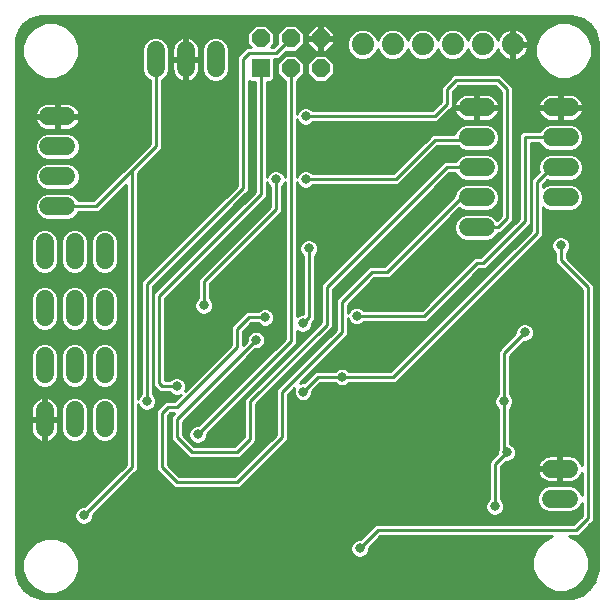
<source format=gbl>
G75*
G70*
%OFA0B0*%
%FSLAX24Y24*%
%IPPOS*%
%LPD*%
%AMOC8*
5,1,8,0,0,1.08239X$1,22.5*
%
%ADD10C,0.0740*%
%ADD11R,0.0600X0.0600*%
%ADD12OC8,0.0600*%
%ADD13C,0.0600*%
%ADD14C,0.0594*%
%ADD15C,0.0100*%
%ADD16C,0.0320*%
D10*
X013478Y019037D03*
X014478Y019037D03*
X015478Y019037D03*
X016478Y019037D03*
X017478Y019037D03*
X018478Y019037D03*
D11*
X010078Y018237D03*
D12*
X010078Y019237D03*
X011078Y019237D03*
X012078Y019237D03*
X012078Y018237D03*
X011078Y018237D03*
D13*
X016978Y016937D02*
X017578Y016937D01*
X017578Y015937D02*
X016978Y015937D01*
X016978Y014937D02*
X017578Y014937D01*
X017578Y013937D02*
X016978Y013937D01*
X016978Y012937D02*
X017578Y012937D01*
X019778Y013937D02*
X020378Y013937D01*
X020378Y014937D02*
X019778Y014937D01*
X019778Y015937D02*
X020378Y015937D01*
X020378Y016937D02*
X019778Y016937D01*
X019748Y004887D02*
X020348Y004887D01*
X020348Y003887D02*
X019748Y003887D01*
X004878Y006237D02*
X004878Y006837D01*
X003878Y006837D02*
X003878Y006237D01*
X002878Y006237D02*
X002878Y006837D01*
X002878Y008037D02*
X002878Y008637D01*
X003878Y008637D02*
X003878Y008037D01*
X004878Y008037D02*
X004878Y008637D01*
X004878Y009937D02*
X004878Y010537D01*
X003878Y010537D02*
X003878Y009937D01*
X002878Y009937D02*
X002878Y010537D01*
X002878Y011837D02*
X002878Y012437D01*
X003878Y012437D02*
X003878Y011837D01*
X004878Y011837D02*
X004878Y012437D01*
X003598Y013637D02*
X002998Y013637D01*
X002998Y014637D02*
X003598Y014637D01*
X003598Y015637D02*
X002998Y015637D01*
X002998Y016637D02*
X003598Y016637D01*
D14*
X006578Y018240D02*
X006578Y018834D01*
X007578Y018834D02*
X007578Y018240D01*
X008578Y018240D02*
X008578Y018834D01*
D15*
X001939Y001373D02*
X002029Y001095D01*
X002201Y000860D01*
X002436Y000688D01*
X002714Y000598D01*
X002859Y000587D01*
X020334Y000587D01*
X020487Y000599D01*
X020779Y000693D01*
X021026Y000873D01*
X021206Y001121D01*
X021301Y001412D01*
X021313Y001565D01*
X021313Y019096D01*
X021302Y019233D01*
X021217Y019494D01*
X021056Y019715D01*
X020835Y019876D01*
X020574Y019961D01*
X020437Y019972D01*
X002766Y019972D01*
X002635Y019961D01*
X002385Y019880D01*
X002173Y019726D01*
X002019Y019514D01*
X001938Y019265D01*
X001928Y019134D01*
X001928Y001518D01*
X001939Y001373D01*
X001935Y001422D02*
X002163Y001422D01*
X002140Y001475D02*
X002283Y001131D01*
X002547Y000867D01*
X002891Y000724D01*
X003264Y000724D01*
X003609Y000867D01*
X003872Y001131D01*
X004015Y001475D01*
X004015Y001848D01*
X003872Y002193D01*
X003609Y002456D01*
X003264Y002599D01*
X002891Y002599D01*
X002547Y002456D01*
X002283Y002193D01*
X002140Y001848D01*
X002140Y001475D01*
X002140Y001520D02*
X001928Y001520D01*
X001928Y001619D02*
X002140Y001619D01*
X002140Y001717D02*
X001928Y001717D01*
X001928Y001816D02*
X002140Y001816D01*
X002168Y001914D02*
X001928Y001914D01*
X001928Y002013D02*
X002208Y002013D01*
X002249Y002111D02*
X001928Y002111D01*
X001928Y002210D02*
X002300Y002210D01*
X002399Y002308D02*
X001928Y002308D01*
X001928Y002407D02*
X002497Y002407D01*
X002665Y002505D02*
X001928Y002505D01*
X001928Y002604D02*
X013462Y002604D01*
X013405Y002547D02*
X013316Y002547D01*
X013202Y002499D01*
X013115Y002412D01*
X013068Y002298D01*
X013068Y002175D01*
X013115Y002061D01*
X013202Y001974D01*
X013316Y001927D01*
X013439Y001927D01*
X013553Y001974D01*
X013641Y002061D01*
X013688Y002175D01*
X013688Y002264D01*
X014061Y002637D01*
X019801Y002637D01*
X019547Y002531D01*
X019283Y002268D01*
X019140Y001923D01*
X019140Y001550D01*
X019283Y001206D01*
X019547Y000942D01*
X019891Y000799D01*
X020264Y000799D01*
X020609Y000942D01*
X020872Y001206D01*
X021015Y001550D01*
X021015Y001923D01*
X020872Y002268D01*
X020609Y002531D01*
X020354Y002637D01*
X020661Y002637D01*
X020778Y002754D01*
X021061Y003037D01*
X021178Y003154D01*
X021178Y011020D01*
X020278Y011920D01*
X020278Y012098D01*
X020341Y012161D01*
X020388Y012275D01*
X020388Y012398D01*
X020341Y012512D01*
X020253Y012599D01*
X020139Y012647D01*
X020016Y012647D01*
X019902Y012599D01*
X019815Y012512D01*
X019768Y012398D01*
X019768Y012275D01*
X019815Y012161D01*
X019878Y012098D01*
X019878Y011754D01*
X019995Y011637D01*
X020778Y010854D01*
X020778Y005019D01*
X020765Y005059D01*
X020733Y005123D01*
X020691Y005180D01*
X020641Y005230D01*
X020584Y005272D01*
X020520Y005304D01*
X020453Y005326D01*
X020383Y005337D01*
X020098Y005337D01*
X020098Y004937D01*
X019998Y004937D01*
X019998Y005337D01*
X019712Y005337D01*
X019642Y005326D01*
X019575Y005304D01*
X019512Y005272D01*
X019455Y005230D01*
X019404Y005180D01*
X019363Y005123D01*
X019331Y005059D01*
X019309Y004992D01*
X019300Y004937D01*
X019998Y004937D01*
X019998Y004837D01*
X020098Y004837D01*
X020098Y004437D01*
X020383Y004437D01*
X020453Y004448D01*
X020520Y004470D01*
X020584Y004502D01*
X020641Y004543D01*
X020691Y004594D01*
X020733Y004651D01*
X020765Y004714D01*
X020778Y004754D01*
X020778Y004024D01*
X020729Y004142D01*
X020603Y004268D01*
X020437Y004337D01*
X019658Y004337D01*
X019493Y004268D01*
X019366Y004142D01*
X019298Y003976D01*
X019298Y003797D01*
X019366Y003632D01*
X019493Y003505D01*
X019658Y003437D01*
X020437Y003437D01*
X020603Y003505D01*
X020729Y003632D01*
X020778Y003749D01*
X020778Y003320D01*
X020495Y003037D01*
X013895Y003037D01*
X013405Y002547D01*
X013216Y002505D02*
X003491Y002505D01*
X003658Y002407D02*
X013113Y002407D01*
X013072Y002308D02*
X003757Y002308D01*
X003855Y002210D02*
X013068Y002210D01*
X013094Y002111D02*
X003906Y002111D01*
X003947Y002013D02*
X013163Y002013D01*
X013378Y002237D02*
X013978Y002837D01*
X020578Y002837D01*
X020978Y003237D01*
X020978Y010937D01*
X020078Y011837D01*
X020078Y012337D01*
X020301Y012552D02*
X021313Y012552D01*
X021313Y012454D02*
X020365Y012454D01*
X020388Y012355D02*
X021313Y012355D01*
X021313Y012257D02*
X020380Y012257D01*
X020338Y012158D02*
X021313Y012158D01*
X021313Y012060D02*
X020278Y012060D01*
X020278Y011961D02*
X021313Y011961D01*
X021313Y011863D02*
X020335Y011863D01*
X020433Y011764D02*
X021313Y011764D01*
X021313Y011666D02*
X020532Y011666D01*
X020630Y011567D02*
X021313Y011567D01*
X021313Y011469D02*
X020729Y011469D01*
X020827Y011370D02*
X021313Y011370D01*
X021313Y011272D02*
X020926Y011272D01*
X021024Y011173D02*
X021313Y011173D01*
X021313Y011075D02*
X021123Y011075D01*
X021178Y010976D02*
X021313Y010976D01*
X021313Y010878D02*
X021178Y010878D01*
X021178Y010779D02*
X021313Y010779D01*
X021313Y010681D02*
X021178Y010681D01*
X021178Y010582D02*
X021313Y010582D01*
X021313Y010484D02*
X021178Y010484D01*
X021178Y010385D02*
X021313Y010385D01*
X021313Y010287D02*
X021178Y010287D01*
X021178Y010188D02*
X021313Y010188D01*
X021313Y010090D02*
X021178Y010090D01*
X021178Y009991D02*
X021313Y009991D01*
X021313Y009893D02*
X021178Y009893D01*
X021178Y009794D02*
X021313Y009794D01*
X021313Y009696D02*
X021178Y009696D01*
X021178Y009597D02*
X021313Y009597D01*
X021313Y009499D02*
X021178Y009499D01*
X021178Y009400D02*
X021313Y009400D01*
X021313Y009302D02*
X021178Y009302D01*
X021178Y009203D02*
X021313Y009203D01*
X021313Y009105D02*
X021178Y009105D01*
X021178Y009006D02*
X021313Y009006D01*
X021313Y008908D02*
X021178Y008908D01*
X021178Y008809D02*
X021313Y008809D01*
X021313Y008711D02*
X021178Y008711D01*
X021178Y008612D02*
X021313Y008612D01*
X021313Y008514D02*
X021178Y008514D01*
X021178Y008415D02*
X021313Y008415D01*
X021313Y008317D02*
X021178Y008317D01*
X021178Y008218D02*
X021313Y008218D01*
X021313Y008120D02*
X021178Y008120D01*
X021178Y008021D02*
X021313Y008021D01*
X021313Y007923D02*
X021178Y007923D01*
X021178Y007824D02*
X021313Y007824D01*
X021313Y007726D02*
X021178Y007726D01*
X021178Y007627D02*
X021313Y007627D01*
X021313Y007529D02*
X021178Y007529D01*
X021178Y007430D02*
X021313Y007430D01*
X021313Y007332D02*
X021178Y007332D01*
X021178Y007233D02*
X021313Y007233D01*
X021313Y007135D02*
X021178Y007135D01*
X021178Y007036D02*
X021313Y007036D01*
X021313Y006938D02*
X021178Y006938D01*
X021178Y006839D02*
X021313Y006839D01*
X021313Y006741D02*
X021178Y006741D01*
X021178Y006642D02*
X021313Y006642D01*
X021313Y006544D02*
X021178Y006544D01*
X021178Y006445D02*
X021313Y006445D01*
X021313Y006347D02*
X021178Y006347D01*
X021178Y006248D02*
X021313Y006248D01*
X021313Y006150D02*
X021178Y006150D01*
X021178Y006051D02*
X021313Y006051D01*
X021313Y005953D02*
X021178Y005953D01*
X021178Y005854D02*
X021313Y005854D01*
X021313Y005756D02*
X021178Y005756D01*
X021178Y005657D02*
X021313Y005657D01*
X021313Y005559D02*
X021178Y005559D01*
X021178Y005460D02*
X021313Y005460D01*
X021313Y005362D02*
X021178Y005362D01*
X021178Y005263D02*
X021313Y005263D01*
X021313Y005165D02*
X021178Y005165D01*
X021178Y005066D02*
X021313Y005066D01*
X021313Y004968D02*
X021178Y004968D01*
X021178Y004869D02*
X021313Y004869D01*
X021313Y004771D02*
X021178Y004771D01*
X021178Y004672D02*
X021313Y004672D01*
X021313Y004574D02*
X021178Y004574D01*
X021178Y004475D02*
X021313Y004475D01*
X021313Y004377D02*
X021178Y004377D01*
X021178Y004278D02*
X021313Y004278D01*
X021313Y004180D02*
X021178Y004180D01*
X021178Y004081D02*
X021313Y004081D01*
X021313Y003983D02*
X021178Y003983D01*
X021178Y003884D02*
X021313Y003884D01*
X021313Y003786D02*
X021178Y003786D01*
X021178Y003687D02*
X021313Y003687D01*
X021313Y003589D02*
X021178Y003589D01*
X021178Y003490D02*
X021313Y003490D01*
X021313Y003392D02*
X021178Y003392D01*
X021178Y003293D02*
X021313Y003293D01*
X021313Y003195D02*
X021178Y003195D01*
X021120Y003096D02*
X021313Y003096D01*
X021313Y002998D02*
X021022Y002998D01*
X021061Y003037D02*
X021061Y003037D01*
X020923Y002899D02*
X021313Y002899D01*
X021313Y002801D02*
X020825Y002801D01*
X020726Y002702D02*
X021313Y002702D01*
X021313Y002604D02*
X020434Y002604D01*
X020635Y002505D02*
X021313Y002505D01*
X021313Y002407D02*
X020733Y002407D01*
X020832Y002308D02*
X021313Y002308D01*
X021313Y002210D02*
X020896Y002210D01*
X020937Y002111D02*
X021313Y002111D01*
X021313Y002013D02*
X020978Y002013D01*
X021015Y001914D02*
X021313Y001914D01*
X021313Y001816D02*
X021015Y001816D01*
X021015Y001717D02*
X021313Y001717D01*
X021313Y001619D02*
X021015Y001619D01*
X021003Y001520D02*
X021309Y001520D01*
X021301Y001422D02*
X020962Y001422D01*
X020921Y001323D02*
X021272Y001323D01*
X021240Y001225D02*
X020880Y001225D01*
X020793Y001126D02*
X021208Y001126D01*
X021138Y001028D02*
X020694Y001028D01*
X020578Y000929D02*
X021067Y000929D01*
X020968Y000831D02*
X020340Y000831D01*
X020595Y000634D02*
X002604Y000634D01*
X002634Y000831D02*
X002240Y000831D01*
X002150Y000929D02*
X002485Y000929D01*
X002386Y001028D02*
X002078Y001028D01*
X002019Y001126D02*
X002288Y001126D01*
X002244Y001225D02*
X001987Y001225D01*
X001955Y001323D02*
X002203Y001323D01*
X002376Y000732D02*
X002872Y000732D01*
X003283Y000732D02*
X020832Y000732D01*
X019815Y000831D02*
X003521Y000831D01*
X003671Y000929D02*
X019578Y000929D01*
X019461Y001028D02*
X003769Y001028D01*
X003868Y001126D02*
X019363Y001126D01*
X019275Y001225D02*
X003911Y001225D01*
X003952Y001323D02*
X019234Y001323D01*
X019194Y001422D02*
X003993Y001422D01*
X004015Y001520D02*
X019153Y001520D01*
X019140Y001619D02*
X004015Y001619D01*
X004015Y001717D02*
X019140Y001717D01*
X019140Y001816D02*
X004015Y001816D01*
X003988Y001914D02*
X019140Y001914D01*
X019177Y002013D02*
X013592Y002013D01*
X013661Y002111D02*
X019218Y002111D01*
X019259Y002210D02*
X013688Y002210D01*
X013732Y002308D02*
X019324Y002308D01*
X019422Y002407D02*
X013831Y002407D01*
X013929Y002505D02*
X019521Y002505D01*
X019721Y002604D02*
X014028Y002604D01*
X013757Y002899D02*
X001928Y002899D01*
X001928Y002801D02*
X013659Y002801D01*
X013560Y002702D02*
X001928Y002702D01*
X001928Y002998D02*
X013856Y002998D01*
X010880Y005756D02*
X017978Y005756D01*
X017978Y005854D02*
X010978Y005854D01*
X010978Y007354D01*
X011199Y007575D01*
X011177Y007523D01*
X011177Y007400D01*
X011225Y007286D01*
X011312Y007199D01*
X011426Y007152D01*
X011549Y007152D01*
X011663Y007199D01*
X011750Y007286D01*
X011797Y007400D01*
X011797Y007489D01*
X012058Y007750D01*
X012546Y007750D01*
X012609Y007687D01*
X012723Y007640D01*
X012846Y007640D01*
X012960Y007687D01*
X013010Y007737D01*
X014561Y007737D01*
X014678Y007854D01*
X019478Y012654D01*
X019478Y013600D01*
X019523Y013555D01*
X019688Y013487D01*
X020467Y013487D01*
X020633Y013555D01*
X020759Y013682D01*
X020828Y013847D01*
X020828Y014026D01*
X020759Y014192D01*
X020633Y014318D01*
X020467Y014387D01*
X019688Y014387D01*
X019523Y014318D01*
X019478Y014273D01*
X019478Y014354D01*
X019633Y014509D01*
X019688Y014487D01*
X020467Y014487D01*
X020633Y014555D01*
X020759Y014682D01*
X020828Y014847D01*
X020828Y015026D01*
X020759Y015192D01*
X020633Y015318D01*
X020467Y015387D01*
X019688Y015387D01*
X019523Y015318D01*
X019396Y015192D01*
X019328Y015026D01*
X019328Y014847D01*
X019350Y014792D01*
X019195Y014637D01*
X019078Y014520D01*
X019078Y012820D01*
X014395Y008137D01*
X013036Y008137D01*
X012960Y008213D01*
X012846Y008260D01*
X012723Y008260D01*
X012609Y008213D01*
X012546Y008150D01*
X011893Y008150D01*
X011515Y007772D01*
X011426Y007772D01*
X011374Y007750D01*
X012978Y009354D01*
X012978Y009901D01*
X013015Y009811D01*
X013102Y009724D01*
X013216Y009677D01*
X013339Y009677D01*
X013453Y009724D01*
X013516Y009787D01*
X015611Y009787D01*
X017361Y011537D01*
X017561Y011537D01*
X017678Y011654D01*
X019078Y013054D01*
X019078Y015737D01*
X019373Y015737D01*
X019396Y015682D01*
X019523Y015555D01*
X019688Y015487D01*
X020467Y015487D01*
X020633Y015555D01*
X020759Y015682D01*
X020828Y015847D01*
X020828Y016026D01*
X020759Y016192D01*
X020633Y016318D01*
X020467Y016387D01*
X019688Y016387D01*
X019523Y016318D01*
X019396Y016192D01*
X019373Y016137D01*
X018795Y016137D01*
X018678Y016020D01*
X018678Y013220D01*
X017395Y011937D01*
X017195Y011937D01*
X015445Y010187D01*
X013516Y010187D01*
X013453Y010249D01*
X013339Y010297D01*
X013216Y010297D01*
X013102Y010249D01*
X013015Y010162D01*
X012978Y010072D01*
X012978Y010354D01*
X013861Y011237D01*
X014361Y011237D01*
X014478Y011354D01*
X016701Y013577D01*
X016723Y013555D01*
X016888Y013487D01*
X017667Y013487D01*
X017833Y013555D01*
X017959Y013682D01*
X018028Y013847D01*
X018028Y014026D01*
X017959Y014192D01*
X017833Y014318D01*
X017667Y014387D01*
X016888Y014387D01*
X016723Y014318D01*
X016596Y014192D01*
X016528Y014026D01*
X016528Y013970D01*
X014195Y011637D01*
X013695Y011637D01*
X012695Y010637D01*
X012578Y010520D01*
X012578Y009520D01*
X010695Y007637D01*
X010578Y007520D01*
X010578Y006020D01*
X009195Y004637D01*
X007361Y004637D01*
X006978Y005020D01*
X006978Y006654D01*
X007061Y006737D01*
X007195Y006737D01*
X007078Y006620D01*
X007078Y005854D01*
X007195Y005737D01*
X007695Y005237D01*
X009361Y005237D01*
X009478Y005354D01*
X009928Y005804D01*
X009928Y007054D01*
X012478Y009604D01*
X012478Y010854D01*
X016361Y014737D01*
X016573Y014737D01*
X016596Y014682D01*
X016723Y014555D01*
X016888Y014487D01*
X017667Y014487D01*
X017833Y014555D01*
X017959Y014682D01*
X018028Y014847D01*
X018028Y015026D01*
X017959Y015192D01*
X017833Y015318D01*
X017667Y015387D01*
X016888Y015387D01*
X016723Y015318D01*
X016596Y015192D01*
X016573Y015137D01*
X016195Y015137D01*
X012195Y011137D01*
X012078Y011020D01*
X012078Y009770D01*
X009645Y007337D01*
X009528Y007220D01*
X009528Y005970D01*
X009195Y005637D01*
X007861Y005637D01*
X007478Y006020D01*
X007478Y006454D01*
X009901Y008877D01*
X009989Y008877D01*
X010103Y008924D01*
X010191Y009011D01*
X010238Y009125D01*
X010238Y009248D01*
X010191Y009362D01*
X010103Y009449D01*
X009989Y009497D01*
X009866Y009497D01*
X009752Y009449D01*
X009665Y009362D01*
X009618Y009248D01*
X009618Y009160D01*
X009478Y009020D01*
X009478Y009454D01*
X009761Y009737D01*
X009989Y009737D01*
X010052Y009674D01*
X010166Y009627D01*
X010289Y009627D01*
X010403Y009674D01*
X010491Y009761D01*
X010538Y009875D01*
X010538Y009998D01*
X010491Y010112D01*
X010403Y010199D01*
X010289Y010247D01*
X010166Y010247D01*
X010052Y010199D01*
X009989Y010137D01*
X009595Y010137D01*
X009195Y009737D01*
X009078Y009620D01*
X009078Y009020D01*
X007556Y007497D01*
X007588Y007575D01*
X007588Y007698D01*
X007541Y007812D01*
X007453Y007899D01*
X007339Y007947D01*
X007216Y007947D01*
X007102Y007899D01*
X007039Y007837D01*
X006878Y007837D01*
X006878Y010554D01*
X010278Y013954D01*
X010278Y014451D01*
X010315Y014361D01*
X010378Y014298D01*
X010378Y013620D01*
X007978Y011220D01*
X007978Y010575D01*
X007915Y010512D01*
X007868Y010398D01*
X007868Y010275D01*
X007915Y010161D01*
X008002Y010074D01*
X008116Y010027D01*
X008239Y010027D01*
X008353Y010074D01*
X008441Y010161D01*
X008488Y010275D01*
X008488Y010398D01*
X008441Y010512D01*
X008378Y010575D01*
X008378Y011054D01*
X010778Y013454D01*
X010778Y014298D01*
X010841Y014361D01*
X010878Y014451D01*
X010878Y009220D01*
X008005Y006347D01*
X007478Y006347D01*
X007478Y006445D02*
X008103Y006445D01*
X008005Y006347D02*
X007916Y006347D01*
X007802Y006299D01*
X007715Y006212D01*
X007668Y006098D01*
X007668Y005975D01*
X007715Y005861D01*
X007802Y005774D01*
X007916Y005727D01*
X008039Y005727D01*
X008153Y005774D01*
X008241Y005861D01*
X008288Y005975D01*
X008288Y006064D01*
X011278Y009054D01*
X011278Y009498D01*
X011302Y009474D01*
X011416Y009427D01*
X011539Y009427D01*
X011653Y009474D01*
X011741Y009561D01*
X011788Y009675D01*
X011788Y009764D01*
X011878Y009854D01*
X011878Y011998D01*
X011941Y012061D01*
X011988Y012175D01*
X011988Y012298D01*
X011941Y012412D01*
X011853Y012499D01*
X011739Y012547D01*
X011616Y012547D01*
X011502Y012499D01*
X011415Y012412D01*
X011368Y012298D01*
X011368Y012175D01*
X011415Y012061D01*
X011478Y011998D01*
X011478Y010047D01*
X011416Y010047D01*
X011302Y009999D01*
X011278Y009975D01*
X011278Y014451D01*
X011315Y014361D01*
X011402Y014274D01*
X011516Y014227D01*
X011278Y014227D01*
X011278Y014325D02*
X011351Y014325D01*
X011289Y014424D02*
X011278Y014424D01*
X011278Y014622D02*
X011278Y016551D01*
X011315Y016461D01*
X011402Y016374D01*
X011516Y016327D01*
X011639Y016327D01*
X011753Y016374D01*
X011816Y016437D01*
X015961Y016437D01*
X016361Y016837D01*
X016478Y016954D01*
X016478Y017454D01*
X016661Y017637D01*
X017895Y017637D01*
X018078Y017454D01*
X018078Y013320D01*
X017955Y013196D01*
X017833Y013318D01*
X017667Y013387D01*
X016888Y013387D01*
X016723Y013318D01*
X016596Y013192D01*
X016528Y013026D01*
X016528Y012847D01*
X016596Y012682D01*
X016723Y012555D01*
X016888Y012487D01*
X017667Y012487D01*
X017833Y012555D01*
X017959Y012682D01*
X017982Y012737D01*
X018061Y012737D01*
X018178Y012854D01*
X018478Y013154D01*
X018478Y017620D01*
X018361Y017737D01*
X018061Y018037D01*
X016495Y018037D01*
X016378Y017920D01*
X016078Y017620D01*
X016078Y017120D01*
X015795Y016837D01*
X011816Y016837D01*
X011753Y016899D01*
X011639Y016947D01*
X011516Y016947D01*
X011402Y016899D01*
X011315Y016812D01*
X011278Y016722D01*
X011278Y017800D01*
X011528Y018050D01*
X011528Y018423D01*
X011264Y018687D01*
X010891Y018687D01*
X010628Y018423D01*
X010628Y018050D01*
X010878Y017800D01*
X010878Y014622D01*
X010841Y014712D01*
X010753Y014799D01*
X010639Y014847D01*
X010516Y014847D01*
X010402Y014799D01*
X010315Y014712D01*
X010278Y014622D01*
X010278Y017787D01*
X010440Y017787D01*
X010528Y017875D01*
X010528Y018537D01*
X010661Y018537D01*
X010778Y018654D01*
X010911Y018787D01*
X011264Y018787D01*
X011528Y019050D01*
X011528Y019423D01*
X011264Y019687D01*
X010891Y019687D01*
X010628Y019423D01*
X010628Y019070D01*
X010495Y018937D01*
X010414Y018937D01*
X010528Y019050D01*
X010528Y019423D01*
X010264Y019687D01*
X009891Y019687D01*
X009628Y019423D01*
X009628Y019050D01*
X009741Y018937D01*
X009595Y018937D01*
X009395Y018737D01*
X009278Y018620D01*
X009278Y014320D01*
X006195Y011237D01*
X006078Y011120D01*
X006078Y007375D01*
X006015Y007312D01*
X005978Y007222D01*
X005978Y014754D01*
X006778Y015554D01*
X006778Y017839D01*
X006831Y017861D01*
X006957Y017987D01*
X007025Y018151D01*
X007025Y018922D01*
X006957Y019087D01*
X006831Y019212D01*
X006667Y019280D01*
X006489Y019280D01*
X006325Y019212D01*
X006199Y019087D01*
X006131Y018922D01*
X006131Y018151D01*
X006199Y017987D01*
X006325Y017861D01*
X006378Y017839D01*
X006378Y015720D01*
X005578Y014920D01*
X004495Y013837D01*
X004002Y013837D01*
X003979Y013892D01*
X003853Y014018D01*
X003687Y014087D01*
X002908Y014087D01*
X002743Y014018D01*
X002616Y013892D01*
X002548Y013726D01*
X002548Y013547D01*
X002616Y013382D01*
X002743Y013255D01*
X002908Y013187D01*
X003687Y013187D01*
X003853Y013255D01*
X003979Y013382D01*
X004002Y013437D01*
X004661Y013437D01*
X004778Y013554D01*
X005578Y014354D01*
X005578Y005020D01*
X004205Y003647D01*
X004116Y003647D01*
X004002Y003599D01*
X003915Y003512D01*
X003868Y003398D01*
X003868Y003275D01*
X003915Y003161D01*
X004002Y003074D01*
X004116Y003027D01*
X004239Y003027D01*
X004353Y003074D01*
X004441Y003161D01*
X004488Y003275D01*
X004488Y003364D01*
X005861Y004737D01*
X005978Y004854D01*
X005978Y007051D01*
X006015Y006961D01*
X006102Y006874D01*
X006216Y006827D01*
X006339Y006827D01*
X006453Y006874D01*
X006541Y006961D01*
X006588Y007075D01*
X006588Y007198D01*
X006541Y007312D01*
X006478Y007375D01*
X006478Y010954D01*
X009561Y014037D01*
X009678Y014154D01*
X009678Y017825D01*
X009716Y017787D01*
X009878Y017787D01*
X009878Y014120D01*
X006595Y010837D01*
X006478Y010720D01*
X006478Y007654D01*
X006578Y007554D01*
X006695Y007437D01*
X007039Y007437D01*
X007102Y007374D01*
X007216Y007327D01*
X007339Y007327D01*
X007417Y007359D01*
X007195Y007137D01*
X006895Y007137D01*
X006695Y006937D01*
X006578Y006820D01*
X006578Y004854D01*
X006695Y004737D01*
X007195Y004237D01*
X009361Y004237D01*
X009478Y004354D01*
X010978Y005854D01*
X010978Y005953D02*
X017978Y005953D01*
X017978Y006051D02*
X010978Y006051D01*
X010978Y006150D02*
X017978Y006150D01*
X017978Y006248D02*
X010978Y006248D01*
X010978Y006347D02*
X017978Y006347D01*
X017978Y006445D02*
X010978Y006445D01*
X010978Y006544D02*
X017978Y006544D01*
X017978Y006642D02*
X010978Y006642D01*
X010978Y006741D02*
X017978Y006741D01*
X017978Y006839D02*
X010978Y006839D01*
X010978Y006938D02*
X017938Y006938D01*
X017915Y006961D02*
X017978Y006898D01*
X017978Y005522D01*
X017968Y005498D01*
X017968Y005410D01*
X017678Y005120D01*
X017678Y003875D01*
X017615Y003812D01*
X017568Y003698D01*
X017568Y003575D01*
X017615Y003461D01*
X017702Y003374D01*
X017816Y003327D01*
X017939Y003327D01*
X018053Y003374D01*
X018141Y003461D01*
X018188Y003575D01*
X018188Y003698D01*
X018141Y003812D01*
X018078Y003875D01*
X018078Y004954D01*
X018251Y005127D01*
X018339Y005127D01*
X018453Y005174D01*
X018541Y005261D01*
X018588Y005375D01*
X018588Y005498D01*
X018541Y005612D01*
X018453Y005699D01*
X018378Y005731D01*
X018378Y006898D01*
X018441Y006961D01*
X018488Y007075D01*
X018488Y007198D01*
X018441Y007312D01*
X018378Y007375D01*
X018378Y008654D01*
X018851Y009127D01*
X018939Y009127D01*
X019053Y009174D01*
X019141Y009261D01*
X019188Y009375D01*
X019188Y009498D01*
X019141Y009612D01*
X019053Y009699D01*
X018939Y009747D01*
X018816Y009747D01*
X018702Y009699D01*
X018615Y009612D01*
X018568Y009498D01*
X018568Y009410D01*
X017978Y008820D01*
X017978Y007375D01*
X017915Y007312D01*
X017868Y007198D01*
X017868Y007075D01*
X017915Y006961D01*
X017884Y007036D02*
X010978Y007036D01*
X010978Y007135D02*
X017868Y007135D01*
X017882Y007233D02*
X011697Y007233D01*
X011769Y007332D02*
X017934Y007332D01*
X017978Y007430D02*
X011797Y007430D01*
X011837Y007529D02*
X017978Y007529D01*
X017978Y007627D02*
X011936Y007627D01*
X012034Y007726D02*
X012570Y007726D01*
X012785Y007950D02*
X011975Y007950D01*
X011487Y007462D01*
X011277Y007233D02*
X010978Y007233D01*
X010978Y007332D02*
X011206Y007332D01*
X011177Y007430D02*
X011054Y007430D01*
X011153Y007529D02*
X011180Y007529D01*
X010784Y007726D02*
X010600Y007726D01*
X010685Y007627D02*
X010501Y007627D01*
X010587Y007529D02*
X010403Y007529D01*
X010304Y007430D02*
X010578Y007430D01*
X010578Y007332D02*
X010206Y007332D01*
X010107Y007233D02*
X010578Y007233D01*
X010578Y007135D02*
X010009Y007135D01*
X009928Y007036D02*
X010578Y007036D01*
X010578Y006938D02*
X009928Y006938D01*
X009928Y006839D02*
X010578Y006839D01*
X010578Y006741D02*
X009928Y006741D01*
X009928Y006642D02*
X010578Y006642D01*
X010578Y006544D02*
X009928Y006544D01*
X009928Y006445D02*
X010578Y006445D01*
X010578Y006347D02*
X009928Y006347D01*
X009928Y006248D02*
X010578Y006248D01*
X010578Y006150D02*
X009928Y006150D01*
X009928Y006051D02*
X010578Y006051D01*
X010511Y005953D02*
X009928Y005953D01*
X009928Y005854D02*
X010412Y005854D01*
X010314Y005756D02*
X009880Y005756D01*
X009781Y005657D02*
X010215Y005657D01*
X010117Y005559D02*
X009683Y005559D01*
X009584Y005460D02*
X010018Y005460D01*
X009920Y005362D02*
X009486Y005362D01*
X009387Y005263D02*
X009821Y005263D01*
X009723Y005165D02*
X006978Y005165D01*
X006978Y005263D02*
X007668Y005263D01*
X007570Y005362D02*
X006978Y005362D01*
X006978Y005460D02*
X007471Y005460D01*
X007373Y005559D02*
X006978Y005559D01*
X006978Y005657D02*
X007274Y005657D01*
X007176Y005756D02*
X006978Y005756D01*
X006978Y005854D02*
X007078Y005854D01*
X007078Y005953D02*
X006978Y005953D01*
X006978Y006051D02*
X007078Y006051D01*
X007078Y006150D02*
X006978Y006150D01*
X006978Y006248D02*
X007078Y006248D01*
X007078Y006347D02*
X006978Y006347D01*
X006978Y006445D02*
X007078Y006445D01*
X007078Y006544D02*
X006978Y006544D01*
X006978Y006642D02*
X007100Y006642D01*
X007278Y006537D02*
X009928Y009187D01*
X010216Y009302D02*
X010878Y009302D01*
X010878Y009400D02*
X010153Y009400D01*
X010238Y009203D02*
X010861Y009203D01*
X010763Y009105D02*
X010229Y009105D01*
X010186Y009006D02*
X010664Y009006D01*
X010566Y008908D02*
X010064Y008908D01*
X009833Y008809D02*
X010467Y008809D01*
X010369Y008711D02*
X009735Y008711D01*
X009636Y008612D02*
X010270Y008612D01*
X010172Y008514D02*
X009538Y008514D01*
X009439Y008415D02*
X010073Y008415D01*
X009975Y008317D02*
X009341Y008317D01*
X009242Y008218D02*
X009876Y008218D01*
X009778Y008120D02*
X009144Y008120D01*
X009045Y008021D02*
X009679Y008021D01*
X009581Y007923D02*
X008947Y007923D01*
X008848Y007824D02*
X009482Y007824D01*
X009384Y007726D02*
X008750Y007726D01*
X008651Y007627D02*
X009285Y007627D01*
X009187Y007529D02*
X008553Y007529D01*
X008454Y007430D02*
X009088Y007430D01*
X008990Y007332D02*
X008356Y007332D01*
X008257Y007233D02*
X008891Y007233D01*
X008793Y007135D02*
X008159Y007135D01*
X008060Y007036D02*
X008694Y007036D01*
X008596Y006938D02*
X007962Y006938D01*
X007863Y006839D02*
X008497Y006839D01*
X008399Y006741D02*
X007765Y006741D01*
X007666Y006642D02*
X008300Y006642D01*
X008202Y006544D02*
X007568Y006544D01*
X007278Y006537D02*
X007278Y005937D01*
X007778Y005437D01*
X009278Y005437D01*
X009728Y005887D01*
X009728Y007137D01*
X012278Y009687D01*
X012278Y010937D01*
X016278Y014937D01*
X017278Y014937D01*
X017753Y014522D02*
X018078Y014522D01*
X018078Y014424D02*
X016048Y014424D01*
X016146Y014522D02*
X016802Y014522D01*
X016657Y014621D02*
X016245Y014621D01*
X016343Y014719D02*
X016581Y014719D01*
X016740Y014325D02*
X015949Y014325D01*
X015851Y014227D02*
X016631Y014227D01*
X016570Y014128D02*
X015752Y014128D01*
X015654Y014030D02*
X016529Y014030D01*
X016489Y013931D02*
X015555Y013931D01*
X015457Y013833D02*
X016391Y013833D01*
X016292Y013734D02*
X015358Y013734D01*
X015260Y013636D02*
X016194Y013636D01*
X016095Y013537D02*
X015161Y013537D01*
X015063Y013439D02*
X015997Y013439D01*
X015898Y013340D02*
X014964Y013340D01*
X014866Y013242D02*
X015800Y013242D01*
X015701Y013143D02*
X014767Y013143D01*
X014669Y013045D02*
X015603Y013045D01*
X015478Y013037D02*
X015278Y013037D01*
X015406Y012848D02*
X014472Y012848D01*
X014570Y012946D02*
X015504Y012946D01*
X015307Y012749D02*
X014373Y012749D01*
X014275Y012651D02*
X015209Y012651D01*
X015110Y012552D02*
X014176Y012552D01*
X014078Y012454D02*
X015012Y012454D01*
X014913Y012355D02*
X013979Y012355D01*
X013881Y012257D02*
X014815Y012257D01*
X014716Y012158D02*
X013782Y012158D01*
X013684Y012060D02*
X014618Y012060D01*
X014519Y011961D02*
X013585Y011961D01*
X013487Y011863D02*
X014421Y011863D01*
X014322Y011764D02*
X013388Y011764D01*
X013290Y011666D02*
X014224Y011666D01*
X014278Y011437D02*
X013778Y011437D01*
X012778Y010437D01*
X012778Y009437D01*
X010778Y007437D01*
X010778Y005937D01*
X009278Y004437D01*
X007278Y004437D01*
X006778Y004937D01*
X006778Y006737D01*
X006978Y006937D01*
X007278Y006937D01*
X009278Y008937D01*
X009278Y009537D01*
X009678Y009937D01*
X010228Y009937D01*
X010504Y009794D02*
X010878Y009794D01*
X010878Y009696D02*
X010425Y009696D01*
X010538Y009893D02*
X010878Y009893D01*
X010878Y009991D02*
X010538Y009991D01*
X010500Y010090D02*
X010878Y010090D01*
X010878Y010188D02*
X010415Y010188D01*
X010041Y010188D02*
X008452Y010188D01*
X008488Y010287D02*
X010878Y010287D01*
X010878Y010385D02*
X008488Y010385D01*
X008452Y010484D02*
X010878Y010484D01*
X010878Y010582D02*
X008378Y010582D01*
X008378Y010681D02*
X010878Y010681D01*
X010878Y010779D02*
X008378Y010779D01*
X008378Y010878D02*
X010878Y010878D01*
X010878Y010976D02*
X008378Y010976D01*
X008399Y011075D02*
X010878Y011075D01*
X010878Y011173D02*
X008497Y011173D01*
X008596Y011272D02*
X010878Y011272D01*
X010878Y011370D02*
X008694Y011370D01*
X008793Y011469D02*
X010878Y011469D01*
X010878Y011567D02*
X008891Y011567D01*
X008990Y011666D02*
X010878Y011666D01*
X010878Y011764D02*
X009088Y011764D01*
X009187Y011863D02*
X010878Y011863D01*
X010878Y011961D02*
X009285Y011961D01*
X009384Y012060D02*
X010878Y012060D01*
X010878Y012158D02*
X009482Y012158D01*
X009581Y012257D02*
X010878Y012257D01*
X010878Y012355D02*
X009679Y012355D01*
X009778Y012454D02*
X010878Y012454D01*
X010878Y012552D02*
X009876Y012552D01*
X009975Y012651D02*
X010878Y012651D01*
X010878Y012749D02*
X010073Y012749D01*
X010172Y012848D02*
X010878Y012848D01*
X010878Y012946D02*
X010270Y012946D01*
X010369Y013045D02*
X010878Y013045D01*
X010878Y013143D02*
X010467Y013143D01*
X010566Y013242D02*
X010878Y013242D01*
X010878Y013340D02*
X010664Y013340D01*
X010763Y013439D02*
X010878Y013439D01*
X010878Y013537D02*
X010778Y013537D01*
X010778Y013636D02*
X010878Y013636D01*
X010878Y013734D02*
X010778Y013734D01*
X010778Y013833D02*
X010878Y013833D01*
X010878Y013931D02*
X010778Y013931D01*
X010778Y014030D02*
X010878Y014030D01*
X010878Y014128D02*
X010778Y014128D01*
X010778Y014227D02*
X010878Y014227D01*
X010878Y014325D02*
X010805Y014325D01*
X010866Y014424D02*
X010878Y014424D01*
X010578Y014537D02*
X010578Y013537D01*
X008178Y011137D01*
X008178Y010337D01*
X008369Y010090D02*
X009548Y010090D01*
X009449Y009991D02*
X006878Y009991D01*
X006878Y009893D02*
X009351Y009893D01*
X009252Y009794D02*
X006878Y009794D01*
X006878Y009696D02*
X009154Y009696D01*
X009078Y009597D02*
X006878Y009597D01*
X006878Y009499D02*
X009078Y009499D01*
X009078Y009400D02*
X006878Y009400D01*
X006878Y009302D02*
X009078Y009302D01*
X009078Y009203D02*
X006878Y009203D01*
X006878Y009105D02*
X009078Y009105D01*
X009064Y009006D02*
X006878Y009006D01*
X006878Y008908D02*
X008966Y008908D01*
X008867Y008809D02*
X006878Y008809D01*
X006878Y008711D02*
X008769Y008711D01*
X008670Y008612D02*
X006878Y008612D01*
X006878Y008514D02*
X008572Y008514D01*
X008473Y008415D02*
X006878Y008415D01*
X006878Y008317D02*
X008375Y008317D01*
X008276Y008218D02*
X006878Y008218D01*
X006878Y008120D02*
X008178Y008120D01*
X008079Y008021D02*
X006878Y008021D01*
X006878Y007923D02*
X007158Y007923D01*
X007397Y007923D02*
X007981Y007923D01*
X007882Y007824D02*
X007529Y007824D01*
X007576Y007726D02*
X007784Y007726D01*
X007685Y007627D02*
X007588Y007627D01*
X007587Y007529D02*
X007569Y007529D01*
X007390Y007332D02*
X007352Y007332D01*
X007291Y007233D02*
X006573Y007233D01*
X006588Y007135D02*
X006893Y007135D01*
X006794Y007036D02*
X006572Y007036D01*
X006517Y006938D02*
X006696Y006938D01*
X006597Y006839D02*
X006370Y006839D01*
X006186Y006839D02*
X005978Y006839D01*
X005978Y006741D02*
X006578Y006741D01*
X006578Y006642D02*
X005978Y006642D01*
X005978Y006544D02*
X006578Y006544D01*
X006578Y006445D02*
X005978Y006445D01*
X005978Y006347D02*
X006578Y006347D01*
X006578Y006248D02*
X005978Y006248D01*
X005978Y006150D02*
X006578Y006150D01*
X006578Y006051D02*
X005978Y006051D01*
X005978Y005953D02*
X006578Y005953D01*
X006578Y005854D02*
X005978Y005854D01*
X005978Y005756D02*
X006578Y005756D01*
X006578Y005657D02*
X005978Y005657D01*
X005978Y005559D02*
X006578Y005559D01*
X006578Y005460D02*
X005978Y005460D01*
X005978Y005362D02*
X006578Y005362D01*
X006578Y005263D02*
X005978Y005263D01*
X005978Y005165D02*
X006578Y005165D01*
X006578Y005066D02*
X005978Y005066D01*
X005978Y004968D02*
X006578Y004968D01*
X006578Y004869D02*
X005978Y004869D01*
X005895Y004771D02*
X006661Y004771D01*
X006695Y004737D02*
X006695Y004737D01*
X006759Y004672D02*
X005796Y004672D01*
X005698Y004574D02*
X006858Y004574D01*
X006956Y004475D02*
X005599Y004475D01*
X005501Y004377D02*
X007055Y004377D01*
X007153Y004278D02*
X005402Y004278D01*
X005304Y004180D02*
X017678Y004180D01*
X017678Y004278D02*
X009402Y004278D01*
X009501Y004377D02*
X017678Y004377D01*
X017678Y004475D02*
X009599Y004475D01*
X009698Y004574D02*
X017678Y004574D01*
X017678Y004672D02*
X009796Y004672D01*
X009895Y004771D02*
X017678Y004771D01*
X017678Y004869D02*
X009993Y004869D01*
X010092Y004968D02*
X017678Y004968D01*
X017678Y005066D02*
X010190Y005066D01*
X010289Y005165D02*
X017723Y005165D01*
X017821Y005263D02*
X010387Y005263D01*
X010486Y005362D02*
X017920Y005362D01*
X017968Y005460D02*
X010584Y005460D01*
X010683Y005559D02*
X017978Y005559D01*
X017978Y005657D02*
X010781Y005657D01*
X009624Y005066D02*
X006978Y005066D01*
X007030Y004968D02*
X009526Y004968D01*
X009427Y004869D02*
X007128Y004869D01*
X007227Y004771D02*
X009329Y004771D01*
X009230Y004672D02*
X007325Y004672D01*
X008349Y004168D02*
X008353Y004168D01*
X007840Y005657D02*
X009215Y005657D01*
X009314Y005756D02*
X008109Y005756D01*
X008234Y005854D02*
X009412Y005854D01*
X009511Y005953D02*
X008278Y005953D01*
X008288Y006051D02*
X009528Y006051D01*
X009528Y006150D02*
X008374Y006150D01*
X008472Y006248D02*
X009528Y006248D01*
X009528Y006347D02*
X008571Y006347D01*
X008669Y006445D02*
X009528Y006445D01*
X009528Y006544D02*
X008768Y006544D01*
X008866Y006642D02*
X009528Y006642D01*
X009528Y006741D02*
X008965Y006741D01*
X009063Y006839D02*
X009528Y006839D01*
X009528Y006938D02*
X009162Y006938D01*
X009260Y007036D02*
X009528Y007036D01*
X009528Y007135D02*
X009359Y007135D01*
X009457Y007233D02*
X009541Y007233D01*
X009556Y007332D02*
X009640Y007332D01*
X009654Y007430D02*
X009738Y007430D01*
X009753Y007529D02*
X009837Y007529D01*
X009851Y007627D02*
X009935Y007627D01*
X009950Y007726D02*
X010034Y007726D01*
X010048Y007824D02*
X010132Y007824D01*
X010147Y007923D02*
X010231Y007923D01*
X010245Y008021D02*
X010329Y008021D01*
X010344Y008120D02*
X010428Y008120D01*
X010442Y008218D02*
X010526Y008218D01*
X010541Y008317D02*
X010625Y008317D01*
X010639Y008415D02*
X010723Y008415D01*
X010738Y008514D02*
X010822Y008514D01*
X010836Y008612D02*
X010920Y008612D01*
X010935Y008711D02*
X011019Y008711D01*
X011033Y008809D02*
X011117Y008809D01*
X011132Y008908D02*
X011216Y008908D01*
X011230Y009006D02*
X011314Y009006D01*
X011278Y009105D02*
X011413Y009105D01*
X011511Y009203D02*
X011278Y009203D01*
X011278Y009302D02*
X011610Y009302D01*
X011708Y009400D02*
X011278Y009400D01*
X011078Y009137D02*
X007978Y006037D01*
X007751Y006248D02*
X007478Y006248D01*
X007478Y006150D02*
X007689Y006150D01*
X007668Y006051D02*
X007478Y006051D01*
X007545Y005953D02*
X007677Y005953D01*
X007643Y005854D02*
X007722Y005854D01*
X007742Y005756D02*
X007846Y005756D01*
X009210Y006187D02*
X009210Y006197D01*
X010698Y007824D02*
X010882Y007824D01*
X010797Y007923D02*
X010981Y007923D01*
X010895Y008021D02*
X011079Y008021D01*
X010994Y008120D02*
X011178Y008120D01*
X011092Y008218D02*
X011276Y008218D01*
X011191Y008317D02*
X011375Y008317D01*
X011289Y008415D02*
X011473Y008415D01*
X011388Y008514D02*
X011572Y008514D01*
X011486Y008612D02*
X011670Y008612D01*
X011585Y008711D02*
X011769Y008711D01*
X011683Y008809D02*
X011867Y008809D01*
X011782Y008908D02*
X011966Y008908D01*
X011880Y009006D02*
X012064Y009006D01*
X011979Y009105D02*
X012163Y009105D01*
X012077Y009203D02*
X012261Y009203D01*
X012176Y009302D02*
X012360Y009302D01*
X012274Y009400D02*
X012458Y009400D01*
X012373Y009499D02*
X012557Y009499D01*
X012578Y009597D02*
X012471Y009597D01*
X012478Y009696D02*
X012578Y009696D01*
X012578Y009794D02*
X012478Y009794D01*
X012478Y009893D02*
X012578Y009893D01*
X012578Y009991D02*
X012478Y009991D01*
X012478Y010090D02*
X012578Y010090D01*
X012578Y010188D02*
X012478Y010188D01*
X012478Y010287D02*
X012578Y010287D01*
X012578Y010385D02*
X012478Y010385D01*
X012478Y010484D02*
X012578Y010484D01*
X012640Y010582D02*
X012478Y010582D01*
X012478Y010681D02*
X012739Y010681D01*
X012837Y010779D02*
X012478Y010779D01*
X012502Y010878D02*
X012936Y010878D01*
X013034Y010976D02*
X012600Y010976D01*
X012699Y011075D02*
X013133Y011075D01*
X013231Y011173D02*
X012797Y011173D01*
X012896Y011272D02*
X013330Y011272D01*
X013428Y011370D02*
X012994Y011370D01*
X013093Y011469D02*
X013527Y011469D01*
X013625Y011567D02*
X013191Y011567D01*
X012921Y011863D02*
X011878Y011863D01*
X011878Y011961D02*
X013019Y011961D01*
X013118Y012060D02*
X011939Y012060D01*
X011981Y012158D02*
X013216Y012158D01*
X013315Y012257D02*
X011988Y012257D01*
X011964Y012355D02*
X013413Y012355D01*
X013512Y012454D02*
X011899Y012454D01*
X011678Y012237D02*
X011678Y009937D01*
X011478Y009737D01*
X011755Y009597D02*
X011905Y009597D01*
X011807Y009499D02*
X011678Y009499D01*
X011788Y009696D02*
X012004Y009696D01*
X012078Y009794D02*
X011818Y009794D01*
X011878Y009893D02*
X012078Y009893D01*
X012078Y009991D02*
X011878Y009991D01*
X011878Y010090D02*
X012078Y010090D01*
X012078Y010188D02*
X011878Y010188D01*
X011878Y010287D02*
X012078Y010287D01*
X012078Y010385D02*
X011878Y010385D01*
X011878Y010484D02*
X012078Y010484D01*
X012078Y010582D02*
X011878Y010582D01*
X011878Y010681D02*
X012078Y010681D01*
X012078Y010779D02*
X011878Y010779D01*
X011878Y010878D02*
X012078Y010878D01*
X012078Y010976D02*
X011878Y010976D01*
X011878Y011075D02*
X012133Y011075D01*
X012231Y011173D02*
X011878Y011173D01*
X011878Y011272D02*
X012330Y011272D01*
X012428Y011370D02*
X011878Y011370D01*
X011878Y011469D02*
X012527Y011469D01*
X012625Y011567D02*
X011878Y011567D01*
X011878Y011666D02*
X012724Y011666D01*
X012822Y011764D02*
X011878Y011764D01*
X011478Y011764D02*
X011278Y011764D01*
X011278Y011666D02*
X011478Y011666D01*
X011478Y011567D02*
X011278Y011567D01*
X011278Y011469D02*
X011478Y011469D01*
X011478Y011370D02*
X011278Y011370D01*
X011278Y011272D02*
X011478Y011272D01*
X011478Y011173D02*
X011278Y011173D01*
X011278Y011075D02*
X011478Y011075D01*
X011478Y010976D02*
X011278Y010976D01*
X011278Y010878D02*
X011478Y010878D01*
X011478Y010779D02*
X011278Y010779D01*
X011278Y010681D02*
X011478Y010681D01*
X011478Y010582D02*
X011278Y010582D01*
X011278Y010484D02*
X011478Y010484D01*
X011478Y010385D02*
X011278Y010385D01*
X011278Y010287D02*
X011478Y010287D01*
X011478Y010188D02*
X011278Y010188D01*
X011278Y010090D02*
X011478Y010090D01*
X011294Y009991D02*
X011278Y009991D01*
X010878Y009597D02*
X009621Y009597D01*
X009523Y009499D02*
X010878Y009499D01*
X011078Y009137D02*
X011078Y018237D01*
X011390Y018561D02*
X011765Y018561D01*
X011667Y018462D02*
X011489Y018462D01*
X011528Y018364D02*
X011628Y018364D01*
X011628Y018423D02*
X011628Y018050D01*
X011891Y017787D01*
X012264Y017787D01*
X012528Y018050D01*
X012528Y018423D01*
X012264Y018687D01*
X011891Y018687D01*
X011628Y018423D01*
X011628Y018265D02*
X011528Y018265D01*
X011528Y018167D02*
X011628Y018167D01*
X011628Y018068D02*
X011528Y018068D01*
X011447Y017970D02*
X011708Y017970D01*
X011807Y017871D02*
X011349Y017871D01*
X011278Y017773D02*
X016231Y017773D01*
X016329Y017871D02*
X012349Y017871D01*
X012447Y017970D02*
X016428Y017970D01*
X016578Y017837D02*
X017978Y017837D01*
X018278Y017537D01*
X018278Y013237D01*
X017978Y012937D01*
X017278Y012937D01*
X017779Y013340D02*
X018078Y013340D01*
X018078Y013439D02*
X016563Y013439D01*
X016661Y013537D02*
X016766Y013537D01*
X016776Y013340D02*
X016464Y013340D01*
X016366Y013242D02*
X016646Y013242D01*
X016576Y013143D02*
X016267Y013143D01*
X016169Y013045D02*
X016535Y013045D01*
X016528Y012946D02*
X016070Y012946D01*
X015972Y012848D02*
X016528Y012848D01*
X016568Y012749D02*
X015873Y012749D01*
X015775Y012651D02*
X016627Y012651D01*
X016730Y012552D02*
X015676Y012552D01*
X015578Y012454D02*
X017912Y012454D01*
X017825Y012552D02*
X018010Y012552D01*
X017928Y012651D02*
X018109Y012651D01*
X018073Y012749D02*
X018207Y012749D01*
X018172Y012848D02*
X018306Y012848D01*
X018270Y012946D02*
X018404Y012946D01*
X018369Y013045D02*
X018503Y013045D01*
X018467Y013143D02*
X018601Y013143D01*
X018678Y013242D02*
X018478Y013242D01*
X018478Y013340D02*
X018678Y013340D01*
X018678Y013439D02*
X018478Y013439D01*
X018478Y013537D02*
X018678Y013537D01*
X018678Y013636D02*
X018478Y013636D01*
X018478Y013734D02*
X018678Y013734D01*
X018678Y013833D02*
X018478Y013833D01*
X018478Y013931D02*
X018678Y013931D01*
X018678Y014030D02*
X018478Y014030D01*
X018478Y014128D02*
X018678Y014128D01*
X018678Y014227D02*
X018478Y014227D01*
X018478Y014325D02*
X018678Y014325D01*
X018678Y014424D02*
X018478Y014424D01*
X018478Y014522D02*
X018678Y014522D01*
X018678Y014621D02*
X018478Y014621D01*
X018478Y014719D02*
X018678Y014719D01*
X018678Y014818D02*
X018478Y014818D01*
X018478Y014916D02*
X018678Y014916D01*
X018678Y015015D02*
X018478Y015015D01*
X018478Y015113D02*
X018678Y015113D01*
X018678Y015212D02*
X018478Y015212D01*
X018478Y015310D02*
X018678Y015310D01*
X018678Y015409D02*
X018478Y015409D01*
X018478Y015507D02*
X018678Y015507D01*
X018678Y015606D02*
X018478Y015606D01*
X018478Y015704D02*
X018678Y015704D01*
X018678Y015803D02*
X018478Y015803D01*
X018478Y015901D02*
X018678Y015901D01*
X018678Y016000D02*
X018478Y016000D01*
X018478Y016098D02*
X018756Y016098D01*
X018878Y015937D02*
X018878Y013137D01*
X017478Y011737D01*
X017278Y011737D01*
X015528Y009987D01*
X013278Y009987D01*
X013515Y010188D02*
X015446Y010188D01*
X015545Y010287D02*
X013363Y010287D01*
X013192Y010287D02*
X012978Y010287D01*
X012978Y010188D02*
X013041Y010188D01*
X012985Y010090D02*
X012978Y010090D01*
X012978Y009893D02*
X012981Y009893D01*
X012978Y009794D02*
X013032Y009794D01*
X012978Y009696D02*
X013170Y009696D01*
X013385Y009696D02*
X015954Y009696D01*
X016052Y009794D02*
X015618Y009794D01*
X015717Y009893D02*
X016151Y009893D01*
X016249Y009991D02*
X015815Y009991D01*
X015914Y010090D02*
X016348Y010090D01*
X016446Y010188D02*
X016012Y010188D01*
X016111Y010287D02*
X016545Y010287D01*
X016643Y010385D02*
X016209Y010385D01*
X016308Y010484D02*
X016742Y010484D01*
X016840Y010582D02*
X016406Y010582D01*
X016505Y010681D02*
X016939Y010681D01*
X017037Y010779D02*
X016603Y010779D01*
X016702Y010878D02*
X017136Y010878D01*
X017234Y010976D02*
X016800Y010976D01*
X016899Y011075D02*
X017333Y011075D01*
X017431Y011173D02*
X016997Y011173D01*
X017096Y011272D02*
X017530Y011272D01*
X017628Y011370D02*
X017194Y011370D01*
X017293Y011469D02*
X017727Y011469D01*
X017825Y011567D02*
X017591Y011567D01*
X017690Y011666D02*
X017924Y011666D01*
X018022Y011764D02*
X017788Y011764D01*
X017887Y011863D02*
X018121Y011863D01*
X018219Y011961D02*
X017985Y011961D01*
X018084Y012060D02*
X018318Y012060D01*
X018416Y012158D02*
X018182Y012158D01*
X018281Y012257D02*
X018515Y012257D01*
X018613Y012355D02*
X018379Y012355D01*
X018478Y012454D02*
X018712Y012454D01*
X018810Y012552D02*
X018576Y012552D01*
X018675Y012651D02*
X018909Y012651D01*
X019007Y012749D02*
X018773Y012749D01*
X018872Y012848D02*
X019078Y012848D01*
X019078Y012946D02*
X018970Y012946D01*
X019069Y013045D02*
X019078Y013045D01*
X019078Y013143D02*
X019078Y013143D01*
X019078Y013242D02*
X019078Y013242D01*
X019078Y013340D02*
X019078Y013340D01*
X019078Y013439D02*
X019078Y013439D01*
X019078Y013537D02*
X019078Y013537D01*
X019078Y013636D02*
X019078Y013636D01*
X019078Y013734D02*
X019078Y013734D01*
X019078Y013833D02*
X019078Y013833D01*
X019078Y013931D02*
X019078Y013931D01*
X019078Y014030D02*
X019078Y014030D01*
X019078Y014128D02*
X019078Y014128D01*
X019078Y014227D02*
X019078Y014227D01*
X019078Y014325D02*
X019078Y014325D01*
X019078Y014424D02*
X019078Y014424D01*
X019078Y014522D02*
X019080Y014522D01*
X019078Y014621D02*
X019179Y014621D01*
X019277Y014719D02*
X019078Y014719D01*
X019078Y014818D02*
X019340Y014818D01*
X019328Y014916D02*
X019078Y014916D01*
X019078Y015015D02*
X019328Y015015D01*
X019364Y015113D02*
X019078Y015113D01*
X019078Y015212D02*
X019416Y015212D01*
X019515Y015310D02*
X019078Y015310D01*
X019078Y015409D02*
X021313Y015409D01*
X021313Y015507D02*
X020517Y015507D01*
X020683Y015606D02*
X021313Y015606D01*
X021313Y015704D02*
X020769Y015704D01*
X020809Y015803D02*
X021313Y015803D01*
X021313Y015901D02*
X020828Y015901D01*
X020828Y016000D02*
X021313Y016000D01*
X021313Y016098D02*
X020798Y016098D01*
X020754Y016197D02*
X021313Y016197D01*
X021313Y016295D02*
X020656Y016295D01*
X020550Y016520D02*
X020614Y016552D01*
X020671Y016593D01*
X020721Y016644D01*
X020763Y016701D01*
X020795Y016764D01*
X020817Y016831D01*
X020825Y016887D01*
X020128Y016887D01*
X020128Y016987D01*
X020028Y016987D01*
X020028Y017387D01*
X019742Y017387D01*
X019672Y017376D01*
X019605Y017354D01*
X019542Y017322D01*
X019485Y017280D01*
X018478Y017280D01*
X018478Y017182D02*
X019400Y017182D01*
X019393Y017173D02*
X019361Y017109D01*
X019339Y017042D01*
X019330Y016987D01*
X020028Y016987D01*
X020028Y016887D01*
X020128Y016887D01*
X020128Y016487D01*
X020413Y016487D01*
X020483Y016498D01*
X020550Y016520D01*
X020448Y016492D02*
X021313Y016492D01*
X021313Y016394D02*
X018478Y016394D01*
X018478Y016492D02*
X019707Y016492D01*
X019672Y016498D02*
X019742Y016487D01*
X020028Y016487D01*
X020028Y016887D01*
X019330Y016887D01*
X019339Y016831D01*
X019361Y016764D01*
X019393Y016701D01*
X019434Y016644D01*
X019485Y016593D01*
X019542Y016552D01*
X019605Y016520D01*
X019672Y016498D01*
X019488Y016591D02*
X018478Y016591D01*
X018478Y016689D02*
X019401Y016689D01*
X019353Y016788D02*
X018478Y016788D01*
X018478Y016886D02*
X019330Y016886D01*
X019352Y017083D02*
X018478Y017083D01*
X018478Y016985D02*
X020028Y016985D01*
X020028Y017083D02*
X020128Y017083D01*
X020128Y016987D02*
X020128Y017387D01*
X020413Y017387D01*
X020483Y017376D01*
X020550Y017354D01*
X020614Y017322D01*
X020671Y017280D01*
X020721Y017230D01*
X020763Y017173D01*
X020795Y017109D01*
X020817Y017042D01*
X020825Y016987D01*
X020128Y016987D01*
X020128Y016985D02*
X021313Y016985D01*
X021313Y017083D02*
X020803Y017083D01*
X020756Y017182D02*
X021313Y017182D01*
X021313Y017280D02*
X020670Y017280D01*
X020463Y017379D02*
X021313Y017379D01*
X021313Y017477D02*
X018478Y017477D01*
X018478Y017379D02*
X019692Y017379D01*
X019485Y017280D02*
X019434Y017230D01*
X019393Y017173D01*
X020028Y017182D02*
X020128Y017182D01*
X020128Y017280D02*
X020028Y017280D01*
X020028Y017379D02*
X020128Y017379D01*
X020128Y016886D02*
X020028Y016886D01*
X020028Y016788D02*
X020128Y016788D01*
X020128Y016689D02*
X020028Y016689D01*
X020028Y016591D02*
X020128Y016591D01*
X020128Y016492D02*
X020028Y016492D01*
X020667Y016591D02*
X021313Y016591D01*
X021313Y016689D02*
X020754Y016689D01*
X020802Y016788D02*
X021313Y016788D01*
X021313Y016886D02*
X020825Y016886D01*
X021313Y017576D02*
X018478Y017576D01*
X018423Y017674D02*
X021313Y017674D01*
X021313Y017773D02*
X018325Y017773D01*
X018226Y017871D02*
X021313Y017871D01*
X021313Y017970D02*
X020534Y017970D01*
X020364Y017899D02*
X020709Y018042D01*
X020972Y018306D01*
X021115Y018650D01*
X021115Y019023D01*
X020972Y019368D01*
X020709Y019631D01*
X020364Y019774D01*
X019991Y019774D01*
X019647Y019631D01*
X019383Y019368D01*
X019240Y019023D01*
X019240Y018650D01*
X019383Y018306D01*
X019647Y018042D01*
X019991Y017899D01*
X020364Y017899D01*
X020735Y018068D02*
X021313Y018068D01*
X021313Y018167D02*
X020833Y018167D01*
X020932Y018265D02*
X021313Y018265D01*
X021313Y018364D02*
X020996Y018364D01*
X021037Y018462D02*
X021313Y018462D01*
X021313Y018561D02*
X021078Y018561D01*
X021115Y018659D02*
X021313Y018659D01*
X021313Y018758D02*
X021115Y018758D01*
X021115Y018856D02*
X021313Y018856D01*
X021313Y018955D02*
X021115Y018955D01*
X021103Y019053D02*
X021313Y019053D01*
X021308Y019152D02*
X021062Y019152D01*
X021021Y019250D02*
X021296Y019250D01*
X021264Y019349D02*
X020980Y019349D01*
X020893Y019447D02*
X021232Y019447D01*
X021180Y019546D02*
X020794Y019546D01*
X020678Y019644D02*
X021108Y019644D01*
X021019Y019743D02*
X020440Y019743D01*
X020640Y019940D02*
X002568Y019940D01*
X002331Y019841D02*
X020883Y019841D01*
X019916Y019743D02*
X003340Y019743D01*
X003264Y019774D02*
X003609Y019631D01*
X003872Y019368D01*
X004015Y019023D01*
X004015Y018650D01*
X003872Y018306D01*
X003609Y018042D01*
X003264Y017899D01*
X002891Y017899D01*
X002547Y018042D01*
X002283Y018306D01*
X002140Y018650D01*
X002140Y019023D01*
X002283Y019368D01*
X002547Y019631D01*
X002891Y019774D01*
X003264Y019774D01*
X003578Y019644D02*
X009849Y019644D01*
X009750Y019546D02*
X003694Y019546D01*
X003793Y019447D02*
X009652Y019447D01*
X009628Y019349D02*
X003880Y019349D01*
X003921Y019250D02*
X006416Y019250D01*
X006264Y019152D02*
X003962Y019152D01*
X004003Y019053D02*
X006185Y019053D01*
X006144Y018955D02*
X004015Y018955D01*
X004015Y018856D02*
X006131Y018856D01*
X006131Y018758D02*
X004015Y018758D01*
X004015Y018659D02*
X006131Y018659D01*
X006131Y018561D02*
X003978Y018561D01*
X003937Y018462D02*
X006131Y018462D01*
X006131Y018364D02*
X003896Y018364D01*
X003832Y018265D02*
X006131Y018265D01*
X006131Y018167D02*
X003733Y018167D01*
X003635Y018068D02*
X006165Y018068D01*
X006216Y017970D02*
X003434Y017970D01*
X002721Y017970D02*
X001928Y017970D01*
X001928Y018068D02*
X002520Y018068D01*
X002422Y018167D02*
X001928Y018167D01*
X001928Y018265D02*
X002323Y018265D01*
X002259Y018364D02*
X001928Y018364D01*
X001928Y018462D02*
X002218Y018462D01*
X002177Y018561D02*
X001928Y018561D01*
X001928Y018659D02*
X002140Y018659D01*
X002140Y018758D02*
X001928Y018758D01*
X001928Y018856D02*
X002140Y018856D01*
X002140Y018955D02*
X001928Y018955D01*
X001928Y019053D02*
X002153Y019053D01*
X002194Y019152D02*
X001929Y019152D01*
X001937Y019250D02*
X002234Y019250D01*
X002275Y019349D02*
X001965Y019349D01*
X001997Y019447D02*
X002363Y019447D01*
X002461Y019546D02*
X002042Y019546D01*
X002114Y019644D02*
X002578Y019644D01*
X002816Y019743D02*
X002196Y019743D01*
X001928Y017871D02*
X006314Y017871D01*
X006378Y017773D02*
X001928Y017773D01*
X001928Y017674D02*
X006378Y017674D01*
X006378Y017576D02*
X001928Y017576D01*
X001928Y017477D02*
X006378Y017477D01*
X006378Y017379D02*
X001928Y017379D01*
X001928Y017280D02*
X006378Y017280D01*
X006378Y017182D02*
X001928Y017182D01*
X001928Y017083D02*
X002940Y017083D01*
X002962Y017087D02*
X002892Y017076D01*
X002825Y017054D01*
X002762Y017022D01*
X002705Y016980D01*
X002654Y016930D01*
X002613Y016873D01*
X002581Y016809D01*
X002559Y016742D01*
X002550Y016687D01*
X003248Y016687D01*
X003248Y017087D01*
X002962Y017087D01*
X002711Y016985D02*
X001928Y016985D01*
X001928Y016886D02*
X002623Y016886D01*
X002574Y016788D02*
X001928Y016788D01*
X001928Y016689D02*
X002550Y016689D01*
X002550Y016587D02*
X002559Y016531D01*
X002581Y016464D01*
X002613Y016401D01*
X002654Y016344D01*
X002705Y016293D01*
X002762Y016252D01*
X002825Y016220D01*
X002892Y016198D01*
X002962Y016187D01*
X003248Y016187D01*
X003248Y016587D01*
X003348Y016587D01*
X003348Y016687D01*
X003248Y016687D01*
X003248Y016587D01*
X002550Y016587D01*
X002572Y016492D02*
X001928Y016492D01*
X001928Y016394D02*
X002618Y016394D01*
X002703Y016295D02*
X001928Y016295D01*
X001928Y016197D02*
X002899Y016197D01*
X002908Y016087D02*
X002743Y016018D01*
X002616Y015892D01*
X002548Y015726D01*
X002548Y015547D01*
X002616Y015382D01*
X002743Y015255D01*
X002908Y015187D01*
X003687Y015187D01*
X003853Y015255D01*
X003979Y015382D01*
X004048Y015547D01*
X004048Y015726D01*
X003979Y015892D01*
X003853Y016018D01*
X003687Y016087D01*
X002908Y016087D01*
X002724Y016000D02*
X001928Y016000D01*
X001928Y016098D02*
X006378Y016098D01*
X006378Y016000D02*
X003871Y016000D01*
X003970Y015901D02*
X006378Y015901D01*
X006378Y015803D02*
X004016Y015803D01*
X004048Y015704D02*
X006362Y015704D01*
X006264Y015606D02*
X004048Y015606D01*
X004031Y015507D02*
X006165Y015507D01*
X006067Y015409D02*
X003990Y015409D01*
X003908Y015310D02*
X005968Y015310D01*
X005870Y015212D02*
X003748Y015212D01*
X003687Y015087D02*
X003853Y015018D01*
X003979Y014892D01*
X004048Y014726D01*
X004048Y014547D01*
X003979Y014382D01*
X003853Y014255D01*
X003687Y014187D01*
X002908Y014187D01*
X002743Y014255D01*
X002616Y014382D01*
X002548Y014547D01*
X002548Y014726D01*
X002616Y014892D01*
X002743Y015018D01*
X002908Y015087D01*
X003687Y015087D01*
X003856Y015015D02*
X005673Y015015D01*
X005771Y015113D02*
X001928Y015113D01*
X001928Y015015D02*
X002739Y015015D01*
X002641Y014916D02*
X001928Y014916D01*
X001928Y014818D02*
X002586Y014818D01*
X002548Y014719D02*
X001928Y014719D01*
X001928Y014621D02*
X002548Y014621D01*
X002558Y014522D02*
X001928Y014522D01*
X001928Y014424D02*
X002599Y014424D01*
X002673Y014325D02*
X001928Y014325D01*
X001928Y014227D02*
X002812Y014227D01*
X002771Y014030D02*
X001928Y014030D01*
X001928Y014128D02*
X004786Y014128D01*
X004688Y014030D02*
X003825Y014030D01*
X003940Y013931D02*
X004589Y013931D01*
X004578Y013637D02*
X003298Y013637D01*
X002775Y013242D02*
X001928Y013242D01*
X001928Y013340D02*
X002658Y013340D01*
X002593Y013439D02*
X001928Y013439D01*
X001928Y013537D02*
X002552Y013537D01*
X002548Y013636D02*
X001928Y013636D01*
X001928Y013734D02*
X002551Y013734D01*
X002592Y013833D02*
X001928Y013833D01*
X001928Y013931D02*
X002656Y013931D01*
X001928Y013143D02*
X005578Y013143D01*
X005578Y013045D02*
X001928Y013045D01*
X001928Y012946D02*
X005578Y012946D01*
X005578Y012848D02*
X005061Y012848D01*
X005133Y012818D02*
X004967Y012887D01*
X004788Y012887D01*
X004623Y012818D01*
X004496Y012692D01*
X004428Y012526D01*
X004428Y011747D01*
X004496Y011582D01*
X004623Y011455D01*
X004788Y011387D01*
X004967Y011387D01*
X005133Y011455D01*
X005259Y011582D01*
X005328Y011747D01*
X005328Y012526D01*
X005259Y012692D01*
X005133Y012818D01*
X005202Y012749D02*
X005578Y012749D01*
X005578Y012651D02*
X005276Y012651D01*
X005317Y012552D02*
X005578Y012552D01*
X005578Y012454D02*
X005328Y012454D01*
X005328Y012355D02*
X005578Y012355D01*
X005578Y012257D02*
X005328Y012257D01*
X005328Y012158D02*
X005578Y012158D01*
X005578Y012060D02*
X005328Y012060D01*
X005328Y011961D02*
X005578Y011961D01*
X005578Y011863D02*
X005328Y011863D01*
X005328Y011764D02*
X005578Y011764D01*
X005578Y011666D02*
X005294Y011666D01*
X005245Y011567D02*
X005578Y011567D01*
X005578Y011469D02*
X005146Y011469D01*
X005578Y011370D02*
X001928Y011370D01*
X001928Y011272D02*
X005578Y011272D01*
X005578Y011173D02*
X001928Y011173D01*
X001928Y011075D02*
X005578Y011075D01*
X005578Y010976D02*
X004993Y010976D01*
X004967Y010987D02*
X004788Y010987D01*
X004623Y010918D01*
X004496Y010792D01*
X004428Y010626D01*
X004428Y009847D01*
X004496Y009682D01*
X004623Y009555D01*
X004788Y009487D01*
X004967Y009487D01*
X005133Y009555D01*
X005259Y009682D01*
X005328Y009847D01*
X005328Y010626D01*
X005259Y010792D01*
X005133Y010918D01*
X004967Y010987D01*
X004763Y010976D02*
X003993Y010976D01*
X003967Y010987D02*
X003788Y010987D01*
X003623Y010918D01*
X003496Y010792D01*
X003428Y010626D01*
X003428Y009847D01*
X003496Y009682D01*
X003623Y009555D01*
X003788Y009487D01*
X003967Y009487D01*
X004133Y009555D01*
X004259Y009682D01*
X004328Y009847D01*
X004328Y010626D01*
X004259Y010792D01*
X004133Y010918D01*
X003967Y010987D01*
X003763Y010976D02*
X002993Y010976D01*
X002967Y010987D02*
X002788Y010987D01*
X002623Y010918D01*
X002496Y010792D01*
X002428Y010626D01*
X002428Y009847D01*
X002496Y009682D01*
X002623Y009555D01*
X002788Y009487D01*
X002967Y009487D01*
X003133Y009555D01*
X003259Y009682D01*
X003328Y009847D01*
X003328Y010626D01*
X003259Y010792D01*
X003133Y010918D01*
X002967Y010987D01*
X002763Y010976D02*
X001928Y010976D01*
X001928Y010878D02*
X002582Y010878D01*
X002491Y010779D02*
X001928Y010779D01*
X001928Y010681D02*
X002450Y010681D01*
X002428Y010582D02*
X001928Y010582D01*
X001928Y010484D02*
X002428Y010484D01*
X002428Y010385D02*
X001928Y010385D01*
X001928Y010287D02*
X002428Y010287D01*
X002428Y010188D02*
X001928Y010188D01*
X001928Y010090D02*
X002428Y010090D01*
X002428Y009991D02*
X001928Y009991D01*
X001928Y009893D02*
X002428Y009893D01*
X002450Y009794D02*
X001928Y009794D01*
X001928Y009696D02*
X002490Y009696D01*
X002581Y009597D02*
X001928Y009597D01*
X001928Y009499D02*
X002759Y009499D01*
X002996Y009499D02*
X003759Y009499D01*
X003581Y009597D02*
X003175Y009597D01*
X003265Y009696D02*
X003490Y009696D01*
X003450Y009794D02*
X003306Y009794D01*
X003328Y009893D02*
X003428Y009893D01*
X003428Y009991D02*
X003328Y009991D01*
X003328Y010090D02*
X003428Y010090D01*
X003428Y010188D02*
X003328Y010188D01*
X003328Y010287D02*
X003428Y010287D01*
X003428Y010385D02*
X003328Y010385D01*
X003328Y010484D02*
X003428Y010484D01*
X003428Y010582D02*
X003328Y010582D01*
X003305Y010681D02*
X003450Y010681D01*
X003491Y010779D02*
X003264Y010779D01*
X003173Y010878D02*
X003582Y010878D01*
X003788Y011387D02*
X003623Y011455D01*
X003496Y011582D01*
X003428Y011747D01*
X003428Y012526D01*
X003496Y012692D01*
X003623Y012818D01*
X003788Y012887D01*
X003967Y012887D01*
X004133Y012818D01*
X004259Y012692D01*
X004328Y012526D01*
X004328Y011747D01*
X004259Y011582D01*
X004133Y011455D01*
X003967Y011387D01*
X003788Y011387D01*
X003609Y011469D02*
X003146Y011469D01*
X003133Y011455D02*
X003259Y011582D01*
X003328Y011747D01*
X003328Y012526D01*
X003259Y012692D01*
X003133Y012818D01*
X002967Y012887D01*
X002788Y012887D01*
X002623Y012818D01*
X002496Y012692D01*
X002428Y012526D01*
X002428Y011747D01*
X002496Y011582D01*
X002623Y011455D01*
X002788Y011387D01*
X002967Y011387D01*
X003133Y011455D01*
X003245Y011567D02*
X003511Y011567D01*
X003461Y011666D02*
X003294Y011666D01*
X003328Y011764D02*
X003428Y011764D01*
X003428Y011863D02*
X003328Y011863D01*
X003328Y011961D02*
X003428Y011961D01*
X003428Y012060D02*
X003328Y012060D01*
X003328Y012158D02*
X003428Y012158D01*
X003428Y012257D02*
X003328Y012257D01*
X003328Y012355D02*
X003428Y012355D01*
X003428Y012454D02*
X003328Y012454D01*
X003317Y012552D02*
X003439Y012552D01*
X003479Y012651D02*
X003276Y012651D01*
X003202Y012749D02*
X003554Y012749D01*
X003694Y012848D02*
X003061Y012848D01*
X002694Y012848D02*
X001928Y012848D01*
X001928Y012749D02*
X002554Y012749D01*
X002479Y012651D02*
X001928Y012651D01*
X001928Y012552D02*
X002439Y012552D01*
X002428Y012454D02*
X001928Y012454D01*
X001928Y012355D02*
X002428Y012355D01*
X002428Y012257D02*
X001928Y012257D01*
X001928Y012158D02*
X002428Y012158D01*
X002428Y012060D02*
X001928Y012060D01*
X001928Y011961D02*
X002428Y011961D01*
X002428Y011863D02*
X001928Y011863D01*
X001928Y011764D02*
X002428Y011764D01*
X002461Y011666D02*
X001928Y011666D01*
X001928Y011567D02*
X002511Y011567D01*
X002609Y011469D02*
X001928Y011469D01*
X001928Y009400D02*
X005578Y009400D01*
X005578Y009302D02*
X001928Y009302D01*
X001928Y009203D02*
X005578Y009203D01*
X005578Y009105D02*
X001928Y009105D01*
X001928Y009006D02*
X002611Y009006D01*
X002623Y009018D02*
X002496Y008892D01*
X002428Y008726D01*
X002428Y007947D01*
X002496Y007782D01*
X002623Y007655D01*
X002788Y007587D01*
X002967Y007587D01*
X003133Y007655D01*
X003259Y007782D01*
X003328Y007947D01*
X003328Y008726D01*
X003259Y008892D01*
X003133Y009018D01*
X002967Y009087D01*
X002788Y009087D01*
X002623Y009018D01*
X002512Y008908D02*
X001928Y008908D01*
X001928Y008809D02*
X002462Y008809D01*
X002428Y008711D02*
X001928Y008711D01*
X001928Y008612D02*
X002428Y008612D01*
X002428Y008514D02*
X001928Y008514D01*
X001928Y008415D02*
X002428Y008415D01*
X002428Y008317D02*
X001928Y008317D01*
X001928Y008218D02*
X002428Y008218D01*
X002428Y008120D02*
X001928Y008120D01*
X001928Y008021D02*
X002428Y008021D01*
X002438Y007923D02*
X001928Y007923D01*
X001928Y007824D02*
X002479Y007824D01*
X002552Y007726D02*
X001928Y007726D01*
X001928Y007627D02*
X002690Y007627D01*
X003065Y007627D02*
X003690Y007627D01*
X003623Y007655D02*
X003788Y007587D01*
X003967Y007587D01*
X004133Y007655D01*
X004259Y007782D01*
X004328Y007947D01*
X004328Y008726D01*
X004259Y008892D01*
X004133Y009018D01*
X003967Y009087D01*
X003788Y009087D01*
X003623Y009018D01*
X003496Y008892D01*
X003428Y008726D01*
X003428Y007947D01*
X003496Y007782D01*
X003623Y007655D01*
X003552Y007726D02*
X003203Y007726D01*
X003277Y007824D02*
X003479Y007824D01*
X003438Y007923D02*
X003318Y007923D01*
X003328Y008021D02*
X003428Y008021D01*
X003428Y008120D02*
X003328Y008120D01*
X003328Y008218D02*
X003428Y008218D01*
X003428Y008317D02*
X003328Y008317D01*
X003328Y008415D02*
X003428Y008415D01*
X003428Y008514D02*
X003328Y008514D01*
X003328Y008612D02*
X003428Y008612D01*
X003428Y008711D02*
X003328Y008711D01*
X003293Y008809D02*
X003462Y008809D01*
X003512Y008908D02*
X003243Y008908D01*
X003145Y009006D02*
X003611Y009006D01*
X004145Y009006D02*
X004611Y009006D01*
X004623Y009018D02*
X004496Y008892D01*
X004428Y008726D01*
X004428Y007947D01*
X004496Y007782D01*
X004623Y007655D01*
X004788Y007587D01*
X004967Y007587D01*
X005133Y007655D01*
X005259Y007782D01*
X005328Y007947D01*
X005328Y008726D01*
X005259Y008892D01*
X005133Y009018D01*
X004967Y009087D01*
X004788Y009087D01*
X004623Y009018D01*
X004512Y008908D02*
X004243Y008908D01*
X004293Y008809D02*
X004462Y008809D01*
X004428Y008711D02*
X004328Y008711D01*
X004328Y008612D02*
X004428Y008612D01*
X004428Y008514D02*
X004328Y008514D01*
X004328Y008415D02*
X004428Y008415D01*
X004428Y008317D02*
X004328Y008317D01*
X004328Y008218D02*
X004428Y008218D01*
X004428Y008120D02*
X004328Y008120D01*
X004328Y008021D02*
X004428Y008021D01*
X004438Y007923D02*
X004318Y007923D01*
X004277Y007824D02*
X004479Y007824D01*
X004552Y007726D02*
X004203Y007726D01*
X004065Y007627D02*
X004690Y007627D01*
X004788Y007287D02*
X004623Y007218D01*
X004496Y007092D01*
X004428Y006926D01*
X004428Y006147D01*
X004496Y005982D01*
X004623Y005855D01*
X004788Y005787D01*
X004967Y005787D01*
X005133Y005855D01*
X005259Y005982D01*
X005328Y006147D01*
X005328Y006926D01*
X005259Y007092D01*
X005133Y007218D01*
X004967Y007287D01*
X004788Y007287D01*
X004659Y007233D02*
X004096Y007233D01*
X004133Y007218D02*
X003967Y007287D01*
X003788Y007287D01*
X003623Y007218D01*
X003496Y007092D01*
X003428Y006926D01*
X003428Y006147D01*
X003496Y005982D01*
X003623Y005855D01*
X003788Y005787D01*
X003967Y005787D01*
X004133Y005855D01*
X004259Y005982D01*
X004328Y006147D01*
X004328Y006926D01*
X004259Y007092D01*
X004133Y007218D01*
X004216Y007135D02*
X004539Y007135D01*
X004473Y007036D02*
X004282Y007036D01*
X004323Y006938D02*
X004432Y006938D01*
X004428Y006839D02*
X004328Y006839D01*
X004328Y006741D02*
X004428Y006741D01*
X004428Y006642D02*
X004328Y006642D01*
X004328Y006544D02*
X004428Y006544D01*
X004428Y006445D02*
X004328Y006445D01*
X004328Y006347D02*
X004428Y006347D01*
X004428Y006248D02*
X004328Y006248D01*
X004328Y006150D02*
X004428Y006150D01*
X004467Y006051D02*
X004288Y006051D01*
X004230Y005953D02*
X004525Y005953D01*
X004625Y005854D02*
X004130Y005854D01*
X003625Y005854D02*
X003117Y005854D01*
X003114Y005852D02*
X003171Y005893D01*
X003221Y005944D01*
X003263Y006001D01*
X003295Y006064D01*
X003317Y006131D01*
X003328Y006201D01*
X003328Y006487D01*
X002928Y006487D01*
X002928Y006587D01*
X002828Y006587D01*
X002828Y007284D01*
X002772Y007276D01*
X002705Y007254D01*
X002642Y007222D01*
X002585Y007180D01*
X002534Y007130D01*
X002493Y007073D01*
X002461Y007009D01*
X002439Y006942D01*
X002428Y006872D01*
X002428Y006587D01*
X002828Y006587D01*
X002828Y006487D01*
X002928Y006487D01*
X002928Y005789D01*
X002983Y005798D01*
X003050Y005820D01*
X003114Y005852D01*
X003228Y005953D02*
X003525Y005953D01*
X003467Y006051D02*
X003288Y006051D01*
X003320Y006150D02*
X003428Y006150D01*
X003428Y006248D02*
X003328Y006248D01*
X003328Y006347D02*
X003428Y006347D01*
X003428Y006445D02*
X003328Y006445D01*
X003428Y006544D02*
X002928Y006544D01*
X002928Y006587D02*
X003328Y006587D01*
X003328Y006872D01*
X003317Y006942D01*
X003295Y007009D01*
X003263Y007073D01*
X003221Y007130D01*
X003171Y007180D01*
X003114Y007222D01*
X003050Y007254D01*
X002983Y007276D01*
X002928Y007284D01*
X002928Y006587D01*
X002928Y006642D02*
X002828Y006642D01*
X002828Y006544D02*
X001928Y006544D01*
X001928Y006642D02*
X002428Y006642D01*
X002428Y006741D02*
X001928Y006741D01*
X001928Y006839D02*
X002428Y006839D01*
X002438Y006938D02*
X001928Y006938D01*
X001928Y007036D02*
X002474Y007036D01*
X002539Y007135D02*
X001928Y007135D01*
X001928Y007233D02*
X002665Y007233D01*
X002828Y007233D02*
X002928Y007233D01*
X002928Y007135D02*
X002828Y007135D01*
X002828Y007036D02*
X002928Y007036D01*
X002928Y006938D02*
X002828Y006938D01*
X002828Y006839D02*
X002928Y006839D01*
X002928Y006741D02*
X002828Y006741D01*
X002828Y006487D02*
X002428Y006487D01*
X002428Y006201D01*
X002439Y006131D01*
X002461Y006064D01*
X002493Y006001D01*
X002534Y005944D01*
X002585Y005893D01*
X002642Y005852D01*
X002705Y005820D01*
X002772Y005798D01*
X002828Y005789D01*
X002828Y006487D01*
X002828Y006445D02*
X002928Y006445D01*
X002928Y006347D02*
X002828Y006347D01*
X002828Y006248D02*
X002928Y006248D01*
X002928Y006150D02*
X002828Y006150D01*
X002828Y006051D02*
X002928Y006051D01*
X002928Y005953D02*
X002828Y005953D01*
X002828Y005854D02*
X002928Y005854D01*
X002639Y005854D02*
X001928Y005854D01*
X001928Y005756D02*
X005578Y005756D01*
X005578Y005854D02*
X005130Y005854D01*
X005230Y005953D02*
X005578Y005953D01*
X005578Y006051D02*
X005288Y006051D01*
X005328Y006150D02*
X005578Y006150D01*
X005578Y006248D02*
X005328Y006248D01*
X005328Y006347D02*
X005578Y006347D01*
X005578Y006445D02*
X005328Y006445D01*
X005328Y006544D02*
X005578Y006544D01*
X005578Y006642D02*
X005328Y006642D01*
X005328Y006741D02*
X005578Y006741D01*
X005578Y006839D02*
X005328Y006839D01*
X005323Y006938D02*
X005578Y006938D01*
X005578Y007036D02*
X005282Y007036D01*
X005216Y007135D02*
X005578Y007135D01*
X005578Y007233D02*
X005096Y007233D01*
X005065Y007627D02*
X005578Y007627D01*
X005578Y007529D02*
X001928Y007529D01*
X001928Y007430D02*
X005578Y007430D01*
X005578Y007332D02*
X001928Y007332D01*
X001928Y006445D02*
X002428Y006445D01*
X002428Y006347D02*
X001928Y006347D01*
X001928Y006248D02*
X002428Y006248D01*
X002436Y006150D02*
X001928Y006150D01*
X001928Y006051D02*
X002467Y006051D01*
X002528Y005953D02*
X001928Y005953D01*
X001928Y005657D02*
X005578Y005657D01*
X005578Y005559D02*
X001928Y005559D01*
X001928Y005460D02*
X005578Y005460D01*
X005578Y005362D02*
X001928Y005362D01*
X001928Y005263D02*
X005578Y005263D01*
X005578Y005165D02*
X001928Y005165D01*
X001928Y005066D02*
X005578Y005066D01*
X005526Y004968D02*
X001928Y004968D01*
X001928Y004869D02*
X005427Y004869D01*
X005329Y004771D02*
X001928Y004771D01*
X001928Y004672D02*
X005230Y004672D01*
X005132Y004574D02*
X001928Y004574D01*
X001928Y004475D02*
X005033Y004475D01*
X004935Y004377D02*
X001928Y004377D01*
X001928Y004278D02*
X004836Y004278D01*
X004738Y004180D02*
X001928Y004180D01*
X001928Y004081D02*
X004639Y004081D01*
X004541Y003983D02*
X001928Y003983D01*
X001928Y003884D02*
X004442Y003884D01*
X004344Y003786D02*
X001928Y003786D01*
X001928Y003687D02*
X004245Y003687D01*
X003991Y003589D02*
X001928Y003589D01*
X001928Y003490D02*
X003906Y003490D01*
X003868Y003392D02*
X001928Y003392D01*
X001928Y003293D02*
X003868Y003293D01*
X003901Y003195D02*
X001928Y003195D01*
X001928Y003096D02*
X003980Y003096D01*
X004178Y003337D02*
X005778Y004937D01*
X005778Y014837D01*
X006578Y015637D01*
X006578Y018537D01*
X007025Y018561D02*
X007529Y018561D01*
X007529Y018585D02*
X007529Y018488D01*
X007626Y018488D01*
X007626Y017795D01*
X007682Y017804D01*
X007749Y017826D01*
X007812Y017858D01*
X007869Y017899D01*
X007919Y017949D01*
X007960Y018006D01*
X007992Y018068D01*
X008165Y018068D01*
X008199Y017987D02*
X008325Y017861D01*
X008489Y017793D01*
X008667Y017793D01*
X008831Y017861D01*
X008957Y017987D01*
X009025Y018151D01*
X009025Y018922D01*
X008957Y019087D01*
X008831Y019212D01*
X008667Y019280D01*
X008489Y019280D01*
X008325Y019212D01*
X008199Y019087D01*
X008131Y018922D01*
X008131Y018151D01*
X008199Y017987D01*
X008216Y017970D02*
X007934Y017970D01*
X007992Y018068D02*
X008014Y018135D01*
X008025Y018205D01*
X008025Y018488D01*
X007626Y018488D01*
X007626Y018585D01*
X007529Y018585D01*
X007131Y018585D01*
X007131Y018869D01*
X007142Y018938D01*
X007164Y019005D01*
X007196Y019068D01*
X007237Y019125D01*
X007287Y019174D01*
X007344Y019216D01*
X007406Y019248D01*
X007473Y019269D01*
X007529Y019278D01*
X007529Y018585D01*
X007529Y018659D02*
X007626Y018659D01*
X007626Y018585D02*
X007626Y019278D01*
X007682Y019269D01*
X007749Y019248D01*
X007812Y019216D01*
X007869Y019174D01*
X007919Y019125D01*
X007960Y019068D01*
X007992Y019005D01*
X008014Y018938D01*
X008025Y018869D01*
X008025Y018585D01*
X007626Y018585D01*
X007626Y018561D02*
X008131Y018561D01*
X008131Y018659D02*
X008025Y018659D01*
X008025Y018758D02*
X008131Y018758D01*
X008131Y018856D02*
X008025Y018856D01*
X008008Y018955D02*
X008144Y018955D01*
X008185Y019053D02*
X007967Y019053D01*
X007891Y019152D02*
X008264Y019152D01*
X008416Y019250D02*
X007741Y019250D01*
X007626Y019250D02*
X007529Y019250D01*
X007529Y019152D02*
X007626Y019152D01*
X007626Y019053D02*
X007529Y019053D01*
X007529Y018955D02*
X007626Y018955D01*
X007626Y018856D02*
X007529Y018856D01*
X007529Y018758D02*
X007626Y018758D01*
X007529Y018488D02*
X007131Y018488D01*
X007131Y018205D01*
X007142Y018135D01*
X007164Y018068D01*
X006990Y018068D01*
X007025Y018167D02*
X007137Y018167D01*
X007131Y018265D02*
X007025Y018265D01*
X007025Y018364D02*
X007131Y018364D01*
X007131Y018462D02*
X007025Y018462D01*
X007025Y018659D02*
X007131Y018659D01*
X007131Y018758D02*
X007025Y018758D01*
X007025Y018856D02*
X007131Y018856D01*
X007147Y018955D02*
X007011Y018955D01*
X006970Y019053D02*
X007188Y019053D01*
X007264Y019152D02*
X006891Y019152D01*
X006739Y019250D02*
X007414Y019250D01*
X007529Y018488D02*
X007529Y017795D01*
X007473Y017804D01*
X007406Y017826D01*
X007344Y017858D01*
X007287Y017899D01*
X007237Y017949D01*
X007196Y018006D01*
X007164Y018068D01*
X007222Y017970D02*
X006940Y017970D01*
X006841Y017871D02*
X007325Y017871D01*
X007529Y017871D02*
X007626Y017871D01*
X007626Y017970D02*
X007529Y017970D01*
X007529Y018068D02*
X007626Y018068D01*
X007626Y018167D02*
X007529Y018167D01*
X007529Y018265D02*
X007626Y018265D01*
X007626Y018364D02*
X007529Y018364D01*
X007529Y018462D02*
X007626Y018462D01*
X008025Y018462D02*
X008131Y018462D01*
X008131Y018364D02*
X008025Y018364D01*
X008025Y018265D02*
X008131Y018265D01*
X008131Y018167D02*
X008019Y018167D01*
X007831Y017871D02*
X008314Y017871D01*
X008841Y017871D02*
X009278Y017871D01*
X009278Y017773D02*
X006778Y017773D01*
X006778Y017674D02*
X009278Y017674D01*
X009278Y017576D02*
X006778Y017576D01*
X006778Y017477D02*
X009278Y017477D01*
X009278Y017379D02*
X006778Y017379D01*
X006778Y017280D02*
X009278Y017280D01*
X009278Y017182D02*
X006778Y017182D01*
X006778Y017083D02*
X009278Y017083D01*
X009278Y016985D02*
X006778Y016985D01*
X006778Y016886D02*
X009278Y016886D01*
X009278Y016788D02*
X006778Y016788D01*
X006778Y016689D02*
X009278Y016689D01*
X009278Y016591D02*
X006778Y016591D01*
X006778Y016492D02*
X009278Y016492D01*
X009278Y016394D02*
X006778Y016394D01*
X006778Y016295D02*
X009278Y016295D01*
X009278Y016197D02*
X006778Y016197D01*
X006778Y016098D02*
X009278Y016098D01*
X009278Y016000D02*
X006778Y016000D01*
X006778Y015901D02*
X009278Y015901D01*
X009278Y015803D02*
X006778Y015803D01*
X006778Y015704D02*
X009278Y015704D01*
X009278Y015606D02*
X006778Y015606D01*
X006731Y015507D02*
X009278Y015507D01*
X009278Y015409D02*
X006633Y015409D01*
X006534Y015310D02*
X009278Y015310D01*
X009278Y015212D02*
X006436Y015212D01*
X006337Y015113D02*
X009278Y015113D01*
X009278Y015015D02*
X006239Y015015D01*
X006140Y014916D02*
X009278Y014916D01*
X009278Y014818D02*
X006042Y014818D01*
X005978Y014719D02*
X009278Y014719D01*
X009278Y014621D02*
X005978Y014621D01*
X005978Y014522D02*
X009278Y014522D01*
X009278Y014424D02*
X005978Y014424D01*
X005978Y014325D02*
X009278Y014325D01*
X009185Y014227D02*
X005978Y014227D01*
X005978Y014128D02*
X009086Y014128D01*
X008988Y014030D02*
X005978Y014030D01*
X005978Y013931D02*
X008889Y013931D01*
X008791Y013833D02*
X005978Y013833D01*
X005978Y013734D02*
X008692Y013734D01*
X008594Y013636D02*
X005978Y013636D01*
X005978Y013537D02*
X008495Y013537D01*
X008397Y013439D02*
X005978Y013439D01*
X005978Y013340D02*
X008298Y013340D01*
X008200Y013242D02*
X005978Y013242D01*
X005978Y013143D02*
X008101Y013143D01*
X008003Y013045D02*
X005978Y013045D01*
X005978Y012946D02*
X007904Y012946D01*
X007806Y012848D02*
X005978Y012848D01*
X005978Y012749D02*
X007707Y012749D01*
X007609Y012651D02*
X005978Y012651D01*
X005978Y012552D02*
X007510Y012552D01*
X007412Y012454D02*
X005978Y012454D01*
X005978Y012355D02*
X007313Y012355D01*
X007215Y012257D02*
X005978Y012257D01*
X005978Y012158D02*
X007116Y012158D01*
X007018Y012060D02*
X005978Y012060D01*
X005978Y011961D02*
X006919Y011961D01*
X006821Y011863D02*
X005978Y011863D01*
X005978Y011764D02*
X006722Y011764D01*
X006624Y011666D02*
X005978Y011666D01*
X005978Y011567D02*
X006525Y011567D01*
X006427Y011469D02*
X005978Y011469D01*
X005978Y011370D02*
X006328Y011370D01*
X006230Y011272D02*
X005978Y011272D01*
X005978Y011173D02*
X006131Y011173D01*
X006078Y011075D02*
X005978Y011075D01*
X005978Y010976D02*
X006078Y010976D01*
X006078Y010878D02*
X005978Y010878D01*
X005978Y010779D02*
X006078Y010779D01*
X006078Y010681D02*
X005978Y010681D01*
X005978Y010582D02*
X006078Y010582D01*
X006078Y010484D02*
X005978Y010484D01*
X005978Y010385D02*
X006078Y010385D01*
X006078Y010287D02*
X005978Y010287D01*
X005978Y010188D02*
X006078Y010188D01*
X006078Y010090D02*
X005978Y010090D01*
X005978Y009991D02*
X006078Y009991D01*
X006078Y009893D02*
X005978Y009893D01*
X005978Y009794D02*
X006078Y009794D01*
X006078Y009696D02*
X005978Y009696D01*
X005978Y009597D02*
X006078Y009597D01*
X006078Y009499D02*
X005978Y009499D01*
X005978Y009400D02*
X006078Y009400D01*
X006078Y009302D02*
X005978Y009302D01*
X005978Y009203D02*
X006078Y009203D01*
X006078Y009105D02*
X005978Y009105D01*
X005978Y009006D02*
X006078Y009006D01*
X006078Y008908D02*
X005978Y008908D01*
X005978Y008809D02*
X006078Y008809D01*
X006078Y008711D02*
X005978Y008711D01*
X005978Y008612D02*
X006078Y008612D01*
X006078Y008514D02*
X005978Y008514D01*
X005978Y008415D02*
X006078Y008415D01*
X006078Y008317D02*
X005978Y008317D01*
X005978Y008218D02*
X006078Y008218D01*
X006078Y008120D02*
X005978Y008120D01*
X005978Y008021D02*
X006078Y008021D01*
X006078Y007923D02*
X005978Y007923D01*
X005978Y007824D02*
X006078Y007824D01*
X006078Y007726D02*
X005978Y007726D01*
X005978Y007627D02*
X006078Y007627D01*
X006078Y007529D02*
X005978Y007529D01*
X005978Y007430D02*
X006078Y007430D01*
X006034Y007332D02*
X005978Y007332D01*
X005978Y007233D02*
X005982Y007233D01*
X005978Y007036D02*
X005984Y007036D01*
X005978Y006938D02*
X006038Y006938D01*
X006278Y007137D02*
X006278Y011037D01*
X009478Y014237D01*
X009478Y018537D01*
X009678Y018737D01*
X010578Y018737D01*
X011078Y019237D01*
X011432Y018955D02*
X011723Y018955D01*
X011628Y019050D02*
X011891Y018787D01*
X012028Y018787D01*
X012028Y019187D01*
X012128Y019187D01*
X012128Y019287D01*
X012028Y019287D01*
X012028Y019687D01*
X011891Y019687D01*
X011628Y019423D01*
X011628Y019287D01*
X012028Y019287D01*
X012028Y019187D01*
X011628Y019187D01*
X011628Y019050D01*
X011628Y019053D02*
X011528Y019053D01*
X011528Y019152D02*
X011628Y019152D01*
X011528Y019250D02*
X012028Y019250D01*
X012028Y019152D02*
X012128Y019152D01*
X012128Y019187D02*
X012128Y018787D01*
X012264Y018787D01*
X012528Y019050D01*
X012528Y019187D01*
X012128Y019187D01*
X012128Y019250D02*
X013003Y019250D01*
X013037Y019331D02*
X012958Y019140D01*
X012958Y018933D01*
X013037Y018742D01*
X013183Y018596D01*
X013374Y018517D01*
X013581Y018517D01*
X013772Y018596D01*
X013919Y018742D01*
X013978Y018885D01*
X014037Y018742D01*
X014183Y018596D01*
X014374Y018517D01*
X014581Y018517D01*
X014772Y018596D01*
X014919Y018742D01*
X014978Y018885D01*
X015037Y018742D01*
X015183Y018596D01*
X015374Y018517D01*
X015581Y018517D01*
X015772Y018596D01*
X015919Y018742D01*
X015978Y018885D01*
X016037Y018742D01*
X016183Y018596D01*
X016374Y018517D01*
X016581Y018517D01*
X016772Y018596D01*
X016919Y018742D01*
X016978Y018885D01*
X017037Y018742D01*
X017183Y018596D01*
X017374Y018517D01*
X017581Y018517D01*
X017772Y018596D01*
X017919Y018742D01*
X017979Y018888D01*
X017996Y018837D01*
X018033Y018764D01*
X018081Y018698D01*
X018139Y018640D01*
X018205Y018592D01*
X018278Y018555D01*
X018356Y018529D01*
X018428Y018518D01*
X018428Y018987D01*
X018528Y018987D01*
X018528Y019087D01*
X018428Y019087D01*
X018428Y019555D01*
X018356Y019544D01*
X018278Y019519D01*
X018205Y019481D01*
X018139Y019433D01*
X018081Y019375D01*
X018033Y019309D01*
X017996Y019236D01*
X017979Y019185D01*
X017919Y019331D01*
X017772Y019478D01*
X017581Y019557D01*
X017374Y019557D01*
X017183Y019478D01*
X017037Y019331D01*
X016978Y019188D01*
X016919Y019331D01*
X016772Y019478D01*
X016581Y019557D01*
X016374Y019557D01*
X016183Y019478D01*
X016037Y019331D01*
X015978Y019188D01*
X015919Y019331D01*
X015772Y019478D01*
X015581Y019557D01*
X015374Y019557D01*
X015183Y019478D01*
X015037Y019331D01*
X014978Y019188D01*
X014919Y019331D01*
X014772Y019478D01*
X014581Y019557D01*
X014374Y019557D01*
X014183Y019478D01*
X014037Y019331D01*
X013978Y019188D01*
X013919Y019331D01*
X013772Y019478D01*
X013581Y019557D01*
X013374Y019557D01*
X013183Y019478D01*
X013037Y019331D01*
X013054Y019349D02*
X012528Y019349D01*
X012528Y019287D02*
X012528Y019423D01*
X012264Y019687D01*
X012128Y019687D01*
X012128Y019287D01*
X012528Y019287D01*
X012528Y019152D02*
X012963Y019152D01*
X012958Y019053D02*
X012528Y019053D01*
X012432Y018955D02*
X012958Y018955D01*
X012990Y018856D02*
X012334Y018856D01*
X012292Y018659D02*
X013120Y018659D01*
X013030Y018758D02*
X010882Y018758D01*
X010864Y018659D02*
X010783Y018659D01*
X010765Y018561D02*
X010685Y018561D01*
X010667Y018462D02*
X010528Y018462D01*
X010528Y018364D02*
X010628Y018364D01*
X010628Y018265D02*
X010528Y018265D01*
X010528Y018167D02*
X010628Y018167D01*
X010628Y018068D02*
X010528Y018068D01*
X010528Y017970D02*
X010708Y017970D01*
X010807Y017871D02*
X010524Y017871D01*
X010278Y017773D02*
X010878Y017773D01*
X010878Y017674D02*
X010278Y017674D01*
X010278Y017576D02*
X010878Y017576D01*
X010878Y017477D02*
X010278Y017477D01*
X010278Y017379D02*
X010878Y017379D01*
X010878Y017280D02*
X010278Y017280D01*
X010278Y017182D02*
X010878Y017182D01*
X010878Y017083D02*
X010278Y017083D01*
X010278Y016985D02*
X010878Y016985D01*
X010878Y016886D02*
X010278Y016886D01*
X010278Y016788D02*
X010878Y016788D01*
X010878Y016689D02*
X010278Y016689D01*
X010278Y016591D02*
X010878Y016591D01*
X010878Y016492D02*
X010278Y016492D01*
X010278Y016394D02*
X010878Y016394D01*
X010878Y016295D02*
X010278Y016295D01*
X010278Y016197D02*
X010878Y016197D01*
X010878Y016098D02*
X010278Y016098D01*
X010278Y016000D02*
X010878Y016000D01*
X010878Y015901D02*
X010278Y015901D01*
X010278Y015803D02*
X010878Y015803D01*
X010878Y015704D02*
X010278Y015704D01*
X010278Y015606D02*
X010878Y015606D01*
X010878Y015507D02*
X010278Y015507D01*
X010278Y015409D02*
X010878Y015409D01*
X010878Y015310D02*
X010278Y015310D01*
X010278Y015212D02*
X010878Y015212D01*
X010878Y015113D02*
X010278Y015113D01*
X010278Y015015D02*
X010878Y015015D01*
X010878Y014916D02*
X010278Y014916D01*
X010278Y014818D02*
X010446Y014818D01*
X010322Y014719D02*
X010278Y014719D01*
X010278Y014424D02*
X010289Y014424D01*
X010278Y014325D02*
X010351Y014325D01*
X010378Y014227D02*
X010278Y014227D01*
X010278Y014128D02*
X010378Y014128D01*
X010378Y014030D02*
X010278Y014030D01*
X010255Y013931D02*
X010378Y013931D01*
X010378Y013833D02*
X010157Y013833D01*
X010058Y013734D02*
X010378Y013734D01*
X010378Y013636D02*
X009960Y013636D01*
X009861Y013537D02*
X010295Y013537D01*
X010197Y013439D02*
X009763Y013439D01*
X009664Y013340D02*
X010098Y013340D01*
X010000Y013242D02*
X009566Y013242D01*
X009467Y013143D02*
X009901Y013143D01*
X009803Y013045D02*
X009369Y013045D01*
X009270Y012946D02*
X009704Y012946D01*
X009606Y012848D02*
X009172Y012848D01*
X009073Y012749D02*
X009507Y012749D01*
X009409Y012651D02*
X008975Y012651D01*
X008876Y012552D02*
X009310Y012552D01*
X009212Y012454D02*
X008778Y012454D01*
X008679Y012355D02*
X009113Y012355D01*
X009015Y012257D02*
X008581Y012257D01*
X008482Y012158D02*
X008916Y012158D01*
X008818Y012060D02*
X008384Y012060D01*
X008285Y011961D02*
X008719Y011961D01*
X008621Y011863D02*
X008187Y011863D01*
X008088Y011764D02*
X008522Y011764D01*
X008424Y011666D02*
X007990Y011666D01*
X007891Y011567D02*
X008325Y011567D01*
X008227Y011469D02*
X007793Y011469D01*
X007694Y011370D02*
X008128Y011370D01*
X008030Y011272D02*
X007596Y011272D01*
X007497Y011173D02*
X007978Y011173D01*
X007978Y011075D02*
X007399Y011075D01*
X007300Y010976D02*
X007978Y010976D01*
X007978Y010878D02*
X007202Y010878D01*
X007103Y010779D02*
X007978Y010779D01*
X007978Y010681D02*
X007005Y010681D01*
X006906Y010582D02*
X007978Y010582D01*
X007903Y010484D02*
X006878Y010484D01*
X006878Y010385D02*
X007868Y010385D01*
X007868Y010287D02*
X006878Y010287D01*
X006878Y010188D02*
X007904Y010188D01*
X007986Y010090D02*
X006878Y010090D01*
X006478Y010090D02*
X006478Y010090D01*
X006478Y010188D02*
X006478Y010188D01*
X006478Y010287D02*
X006478Y010287D01*
X006478Y010385D02*
X006478Y010385D01*
X006478Y010484D02*
X006478Y010484D01*
X006478Y010582D02*
X006478Y010582D01*
X006478Y010681D02*
X006478Y010681D01*
X006478Y010779D02*
X006537Y010779D01*
X006478Y010878D02*
X006636Y010878D01*
X006734Y010976D02*
X006500Y010976D01*
X006599Y011075D02*
X006833Y011075D01*
X006931Y011173D02*
X006697Y011173D01*
X006796Y011272D02*
X007030Y011272D01*
X007128Y011370D02*
X006894Y011370D01*
X006993Y011469D02*
X007227Y011469D01*
X007325Y011567D02*
X007091Y011567D01*
X007190Y011666D02*
X007424Y011666D01*
X007522Y011764D02*
X007288Y011764D01*
X007387Y011863D02*
X007621Y011863D01*
X007719Y011961D02*
X007485Y011961D01*
X007584Y012060D02*
X007818Y012060D01*
X007916Y012158D02*
X007682Y012158D01*
X007781Y012257D02*
X008015Y012257D01*
X008113Y012355D02*
X007879Y012355D01*
X007978Y012454D02*
X008212Y012454D01*
X008310Y012552D02*
X008076Y012552D01*
X008175Y012651D02*
X008409Y012651D01*
X008507Y012749D02*
X008273Y012749D01*
X008372Y012848D02*
X008606Y012848D01*
X008704Y012946D02*
X008470Y012946D01*
X008569Y013045D02*
X008803Y013045D01*
X008901Y013143D02*
X008667Y013143D01*
X008766Y013242D02*
X009000Y013242D01*
X009098Y013340D02*
X008864Y013340D01*
X008963Y013439D02*
X009197Y013439D01*
X009295Y013537D02*
X009061Y013537D01*
X009160Y013636D02*
X009394Y013636D01*
X009492Y013734D02*
X009258Y013734D01*
X009357Y013833D02*
X009591Y013833D01*
X009689Y013931D02*
X009455Y013931D01*
X009554Y014030D02*
X009788Y014030D01*
X009878Y014128D02*
X009652Y014128D01*
X009678Y014227D02*
X009878Y014227D01*
X009878Y014325D02*
X009678Y014325D01*
X009678Y014424D02*
X009878Y014424D01*
X009878Y014522D02*
X009678Y014522D01*
X009678Y014621D02*
X009878Y014621D01*
X009878Y014719D02*
X009678Y014719D01*
X009678Y014818D02*
X009878Y014818D01*
X009878Y014916D02*
X009678Y014916D01*
X009678Y015015D02*
X009878Y015015D01*
X009878Y015113D02*
X009678Y015113D01*
X009678Y015212D02*
X009878Y015212D01*
X009878Y015310D02*
X009678Y015310D01*
X009678Y015409D02*
X009878Y015409D01*
X009878Y015507D02*
X009678Y015507D01*
X009678Y015606D02*
X009878Y015606D01*
X009878Y015704D02*
X009678Y015704D01*
X009678Y015803D02*
X009878Y015803D01*
X009878Y015901D02*
X009678Y015901D01*
X009678Y016000D02*
X009878Y016000D01*
X009878Y016098D02*
X009678Y016098D01*
X009678Y016197D02*
X009878Y016197D01*
X009878Y016295D02*
X009678Y016295D01*
X009678Y016394D02*
X009878Y016394D01*
X009878Y016492D02*
X009678Y016492D01*
X009678Y016591D02*
X009878Y016591D01*
X009878Y016689D02*
X009678Y016689D01*
X009678Y016788D02*
X009878Y016788D01*
X009878Y016886D02*
X009678Y016886D01*
X009678Y016985D02*
X009878Y016985D01*
X009878Y017083D02*
X009678Y017083D01*
X009678Y017182D02*
X009878Y017182D01*
X009878Y017280D02*
X009678Y017280D01*
X009678Y017379D02*
X009878Y017379D01*
X009878Y017477D02*
X009678Y017477D01*
X009678Y017576D02*
X009878Y017576D01*
X009878Y017674D02*
X009678Y017674D01*
X009678Y017773D02*
X009878Y017773D01*
X010078Y018237D02*
X010078Y014037D01*
X006678Y010637D01*
X006678Y007737D01*
X006778Y007637D01*
X007278Y007637D01*
X007046Y007430D02*
X006478Y007430D01*
X006478Y007529D02*
X006603Y007529D01*
X006504Y007627D02*
X006478Y007627D01*
X006478Y007726D02*
X006478Y007726D01*
X006478Y007824D02*
X006478Y007824D01*
X006478Y007923D02*
X006478Y007923D01*
X006478Y008021D02*
X006478Y008021D01*
X006478Y008120D02*
X006478Y008120D01*
X006478Y008218D02*
X006478Y008218D01*
X006478Y008317D02*
X006478Y008317D01*
X006478Y008415D02*
X006478Y008415D01*
X006478Y008514D02*
X006478Y008514D01*
X006478Y008612D02*
X006478Y008612D01*
X006478Y008711D02*
X006478Y008711D01*
X006478Y008809D02*
X006478Y008809D01*
X006478Y008908D02*
X006478Y008908D01*
X006478Y009006D02*
X006478Y009006D01*
X006478Y009105D02*
X006478Y009105D01*
X006478Y009203D02*
X006478Y009203D01*
X006478Y009302D02*
X006478Y009302D01*
X006478Y009400D02*
X006478Y009400D01*
X006478Y009499D02*
X006478Y009499D01*
X006478Y009597D02*
X006478Y009597D01*
X006478Y009696D02*
X006478Y009696D01*
X006478Y009794D02*
X006478Y009794D01*
X006478Y009893D02*
X006478Y009893D01*
X006478Y009991D02*
X006478Y009991D01*
X005578Y009991D02*
X005328Y009991D01*
X005328Y009893D02*
X005578Y009893D01*
X005578Y009794D02*
X005306Y009794D01*
X005265Y009696D02*
X005578Y009696D01*
X005578Y009597D02*
X005175Y009597D01*
X004996Y009499D02*
X005578Y009499D01*
X005578Y009006D02*
X005145Y009006D01*
X005243Y008908D02*
X005578Y008908D01*
X005578Y008809D02*
X005293Y008809D01*
X005328Y008711D02*
X005578Y008711D01*
X005578Y008612D02*
X005328Y008612D01*
X005328Y008514D02*
X005578Y008514D01*
X005578Y008415D02*
X005328Y008415D01*
X005328Y008317D02*
X005578Y008317D01*
X005578Y008218D02*
X005328Y008218D01*
X005328Y008120D02*
X005578Y008120D01*
X005578Y008021D02*
X005328Y008021D01*
X005318Y007923D02*
X005578Y007923D01*
X005578Y007824D02*
X005277Y007824D01*
X005203Y007726D02*
X005578Y007726D01*
X006521Y007332D02*
X007204Y007332D01*
X009478Y009105D02*
X009563Y009105D01*
X009618Y009203D02*
X009478Y009203D01*
X009478Y009302D02*
X009640Y009302D01*
X009703Y009400D02*
X009478Y009400D01*
X009720Y009696D02*
X010030Y009696D01*
X008978Y010437D02*
X008978Y010537D01*
X011278Y011863D02*
X011478Y011863D01*
X011478Y011961D02*
X011278Y011961D01*
X011278Y012060D02*
X011416Y012060D01*
X011375Y012158D02*
X011278Y012158D01*
X011278Y012257D02*
X011368Y012257D01*
X011391Y012355D02*
X011278Y012355D01*
X011278Y012454D02*
X011456Y012454D01*
X011278Y012552D02*
X013610Y012552D01*
X013709Y012651D02*
X011278Y012651D01*
X011278Y012749D02*
X013807Y012749D01*
X013906Y012848D02*
X011278Y012848D01*
X011278Y012946D02*
X014004Y012946D01*
X014103Y013045D02*
X011278Y013045D01*
X011278Y013143D02*
X014201Y013143D01*
X014300Y013242D02*
X011278Y013242D01*
X011278Y013340D02*
X014398Y013340D01*
X014497Y013439D02*
X011278Y013439D01*
X011278Y013537D02*
X014595Y013537D01*
X014694Y013636D02*
X011278Y013636D01*
X011278Y013734D02*
X014792Y013734D01*
X014891Y013833D02*
X011278Y013833D01*
X011278Y013931D02*
X014989Y013931D01*
X015088Y014030D02*
X011278Y014030D01*
X011278Y014128D02*
X015186Y014128D01*
X015285Y014227D02*
X011639Y014227D01*
X011753Y014274D01*
X011816Y014337D01*
X014661Y014337D01*
X015961Y015637D01*
X016641Y015637D01*
X016723Y015555D01*
X016888Y015487D01*
X017667Y015487D01*
X017833Y015555D01*
X017959Y015682D01*
X018028Y015847D01*
X018028Y016026D01*
X017959Y016192D01*
X017833Y016318D01*
X017667Y016387D01*
X016888Y016387D01*
X016723Y016318D01*
X016596Y016192D01*
X016532Y016037D01*
X015795Y016037D01*
X015678Y015920D01*
X014495Y014737D01*
X011816Y014737D01*
X011753Y014799D01*
X011639Y014847D01*
X011516Y014847D01*
X011402Y014799D01*
X011315Y014712D01*
X011278Y014622D01*
X011278Y014719D02*
X011322Y014719D01*
X011278Y014818D02*
X011446Y014818D01*
X011278Y014916D02*
X014674Y014916D01*
X014576Y014818D02*
X011709Y014818D01*
X011578Y014537D02*
X014578Y014537D01*
X015878Y015837D01*
X017178Y015837D01*
X017278Y015937D01*
X017717Y015507D02*
X018078Y015507D01*
X018078Y015409D02*
X015733Y015409D01*
X015831Y015507D02*
X016839Y015507D01*
X016672Y015606D02*
X015930Y015606D01*
X015659Y015901D02*
X011278Y015901D01*
X011278Y015803D02*
X015561Y015803D01*
X015462Y015704D02*
X011278Y015704D01*
X011278Y015606D02*
X015364Y015606D01*
X015265Y015507D02*
X011278Y015507D01*
X011278Y015409D02*
X015167Y015409D01*
X015068Y015310D02*
X011278Y015310D01*
X011278Y015212D02*
X014970Y015212D01*
X014871Y015113D02*
X011278Y015113D01*
X011278Y015015D02*
X014773Y015015D01*
X015043Y014719D02*
X015777Y014719D01*
X015679Y014621D02*
X014945Y014621D01*
X014846Y014522D02*
X015580Y014522D01*
X015482Y014424D02*
X014748Y014424D01*
X015142Y014818D02*
X015876Y014818D01*
X015974Y014916D02*
X015240Y014916D01*
X015339Y015015D02*
X016073Y015015D01*
X016171Y015113D02*
X015437Y015113D01*
X015536Y015212D02*
X016616Y015212D01*
X016715Y015310D02*
X015634Y015310D01*
X015758Y016000D02*
X011278Y016000D01*
X011278Y016098D02*
X016558Y016098D01*
X016601Y016197D02*
X011278Y016197D01*
X011278Y016295D02*
X016700Y016295D01*
X016805Y016520D02*
X016872Y016498D01*
X016942Y016487D01*
X017228Y016487D01*
X017228Y016887D01*
X017328Y016887D01*
X017328Y016987D01*
X017228Y016987D01*
X017228Y017387D01*
X016942Y017387D01*
X016872Y017376D01*
X016805Y017354D01*
X016742Y017322D01*
X016685Y017280D01*
X016478Y017280D01*
X016478Y017182D02*
X016600Y017182D01*
X016593Y017173D02*
X016561Y017109D01*
X016539Y017042D01*
X016530Y016987D01*
X017228Y016987D01*
X017228Y016887D01*
X016530Y016887D01*
X016539Y016831D01*
X016561Y016764D01*
X016593Y016701D01*
X016634Y016644D01*
X016685Y016593D01*
X016742Y016552D01*
X016805Y016520D01*
X016907Y016492D02*
X016016Y016492D01*
X016115Y016591D02*
X016688Y016591D01*
X016601Y016689D02*
X016213Y016689D01*
X016312Y016788D02*
X016553Y016788D01*
X016530Y016886D02*
X016410Y016886D01*
X016478Y016985D02*
X017228Y016985D01*
X017228Y017083D02*
X017328Y017083D01*
X017328Y016987D02*
X017328Y017387D01*
X017613Y017387D01*
X017683Y017376D01*
X017750Y017354D01*
X017814Y017322D01*
X017871Y017280D01*
X017921Y017230D01*
X017963Y017173D01*
X017995Y017109D01*
X018017Y017042D01*
X018025Y016987D01*
X017328Y016987D01*
X017328Y016985D02*
X018078Y016985D01*
X018078Y017083D02*
X018003Y017083D01*
X017956Y017182D02*
X018078Y017182D01*
X018078Y017280D02*
X017870Y017280D01*
X017663Y017379D02*
X018078Y017379D01*
X018054Y017477D02*
X016501Y017477D01*
X016478Y017379D02*
X016892Y017379D01*
X016685Y017280D02*
X016634Y017230D01*
X016593Y017173D01*
X016552Y017083D02*
X016478Y017083D01*
X016278Y017037D02*
X016278Y017537D01*
X016578Y017837D01*
X016600Y017576D02*
X017956Y017576D01*
X018128Y017970D02*
X019821Y017970D01*
X019620Y018068D02*
X012528Y018068D01*
X012528Y018167D02*
X019522Y018167D01*
X019423Y018265D02*
X012528Y018265D01*
X012528Y018364D02*
X019359Y018364D01*
X019318Y018462D02*
X012489Y018462D01*
X012390Y018561D02*
X013268Y018561D01*
X013687Y018561D02*
X014268Y018561D01*
X014120Y018659D02*
X013836Y018659D01*
X013925Y018758D02*
X014030Y018758D01*
X013990Y018856D02*
X013966Y018856D01*
X013952Y019250D02*
X014003Y019250D01*
X014054Y019349D02*
X013901Y019349D01*
X013803Y019447D02*
X014153Y019447D01*
X014348Y019546D02*
X013608Y019546D01*
X013348Y019546D02*
X012405Y019546D01*
X012307Y019644D02*
X019678Y019644D01*
X019561Y019546D02*
X018588Y019546D01*
X018599Y019544D02*
X018528Y019555D01*
X018528Y019087D01*
X018996Y019087D01*
X018985Y019158D01*
X018960Y019236D01*
X018922Y019309D01*
X018874Y019375D01*
X018816Y019433D01*
X018750Y019481D01*
X018677Y019519D01*
X018599Y019544D01*
X018528Y019546D02*
X018428Y019546D01*
X018368Y019546D02*
X017608Y019546D01*
X017803Y019447D02*
X018158Y019447D01*
X018062Y019349D02*
X017901Y019349D01*
X017952Y019250D02*
X018003Y019250D01*
X017990Y018856D02*
X017966Y018856D01*
X017925Y018758D02*
X018038Y018758D01*
X018120Y018659D02*
X017836Y018659D01*
X017687Y018561D02*
X018266Y018561D01*
X018428Y018561D02*
X018528Y018561D01*
X018528Y018518D02*
X018599Y018529D01*
X018677Y018555D01*
X018750Y018592D01*
X018816Y018640D01*
X018874Y018698D01*
X018922Y018764D01*
X018960Y018837D01*
X018985Y018915D01*
X018996Y018987D01*
X018528Y018987D01*
X018528Y018518D01*
X018528Y018659D02*
X018428Y018659D01*
X018428Y018758D02*
X018528Y018758D01*
X018528Y018856D02*
X018428Y018856D01*
X018428Y018955D02*
X018528Y018955D01*
X018528Y019053D02*
X019253Y019053D01*
X019240Y018955D02*
X018991Y018955D01*
X018966Y018856D02*
X019240Y018856D01*
X019240Y018758D02*
X018918Y018758D01*
X018836Y018659D02*
X019240Y018659D01*
X019277Y018561D02*
X018689Y018561D01*
X018528Y019152D02*
X018428Y019152D01*
X018428Y019250D02*
X018528Y019250D01*
X018528Y019349D02*
X018428Y019349D01*
X018428Y019447D02*
X018528Y019447D01*
X018797Y019447D02*
X019463Y019447D01*
X019375Y019349D02*
X018894Y019349D01*
X018953Y019250D02*
X019334Y019250D01*
X019294Y019152D02*
X018986Y019152D01*
X017348Y019546D02*
X016608Y019546D01*
X016803Y019447D02*
X017153Y019447D01*
X017054Y019349D02*
X016901Y019349D01*
X016952Y019250D02*
X017003Y019250D01*
X016990Y018856D02*
X016966Y018856D01*
X016925Y018758D02*
X017030Y018758D01*
X017120Y018659D02*
X016836Y018659D01*
X016687Y018561D02*
X017268Y018561D01*
X016268Y018561D02*
X015687Y018561D01*
X015836Y018659D02*
X016120Y018659D01*
X016030Y018758D02*
X015925Y018758D01*
X015966Y018856D02*
X015990Y018856D01*
X016003Y019250D02*
X015952Y019250D01*
X015901Y019349D02*
X016054Y019349D01*
X016153Y019447D02*
X015803Y019447D01*
X015608Y019546D02*
X016348Y019546D01*
X015348Y019546D02*
X014608Y019546D01*
X014803Y019447D02*
X015153Y019447D01*
X015054Y019349D02*
X014901Y019349D01*
X014952Y019250D02*
X015003Y019250D01*
X014990Y018856D02*
X014966Y018856D01*
X014925Y018758D02*
X015030Y018758D01*
X015120Y018659D02*
X014836Y018659D01*
X014687Y018561D02*
X015268Y018561D01*
X016132Y017674D02*
X011278Y017674D01*
X011278Y017576D02*
X016078Y017576D01*
X016078Y017477D02*
X011278Y017477D01*
X011278Y017379D02*
X016078Y017379D01*
X016078Y017280D02*
X011278Y017280D01*
X011278Y017182D02*
X016078Y017182D01*
X016041Y017083D02*
X011278Y017083D01*
X011278Y016985D02*
X015943Y016985D01*
X015844Y016886D02*
X011767Y016886D01*
X011578Y016637D02*
X015878Y016637D01*
X016278Y017037D01*
X017228Y017182D02*
X017328Y017182D01*
X017328Y017280D02*
X017228Y017280D01*
X017228Y017379D02*
X017328Y017379D01*
X017328Y016887D02*
X018025Y016887D01*
X018017Y016831D01*
X017995Y016764D01*
X017963Y016701D01*
X017921Y016644D01*
X017871Y016593D01*
X017814Y016552D01*
X017750Y016520D01*
X017683Y016498D01*
X017613Y016487D01*
X017328Y016487D01*
X017328Y016887D01*
X017328Y016886D02*
X017228Y016886D01*
X017228Y016788D02*
X017328Y016788D01*
X017328Y016689D02*
X017228Y016689D01*
X017228Y016591D02*
X017328Y016591D01*
X017328Y016492D02*
X017228Y016492D01*
X017648Y016492D02*
X018078Y016492D01*
X018078Y016394D02*
X011773Y016394D01*
X011382Y016394D02*
X011278Y016394D01*
X011278Y016492D02*
X011302Y016492D01*
X011278Y016788D02*
X011305Y016788D01*
X011278Y016886D02*
X011389Y016886D01*
X011292Y018659D02*
X011864Y018659D01*
X011822Y018856D02*
X011334Y018856D01*
X011528Y019349D02*
X011628Y019349D01*
X011652Y019447D02*
X011504Y019447D01*
X011405Y019546D02*
X011750Y019546D01*
X011849Y019644D02*
X011307Y019644D01*
X010849Y019644D02*
X010307Y019644D01*
X010405Y019546D02*
X010750Y019546D01*
X010652Y019447D02*
X010504Y019447D01*
X010528Y019349D02*
X010628Y019349D01*
X010628Y019250D02*
X010528Y019250D01*
X010528Y019152D02*
X010628Y019152D01*
X010611Y019053D02*
X010528Y019053D01*
X010513Y018955D02*
X010432Y018955D01*
X009723Y018955D02*
X009011Y018955D01*
X009025Y018856D02*
X009514Y018856D01*
X009416Y018758D02*
X009025Y018758D01*
X009025Y018659D02*
X009317Y018659D01*
X009278Y018561D02*
X009025Y018561D01*
X009025Y018462D02*
X009278Y018462D01*
X009278Y018364D02*
X009025Y018364D01*
X009025Y018265D02*
X009278Y018265D01*
X009278Y018167D02*
X009025Y018167D01*
X008990Y018068D02*
X009278Y018068D01*
X009278Y017970D02*
X008940Y017970D01*
X008970Y019053D02*
X009628Y019053D01*
X009628Y019152D02*
X008891Y019152D01*
X008739Y019250D02*
X009628Y019250D01*
X012028Y019349D02*
X012128Y019349D01*
X012128Y019447D02*
X012028Y019447D01*
X012028Y019546D02*
X012128Y019546D01*
X012128Y019644D02*
X012028Y019644D01*
X012504Y019447D02*
X013153Y019447D01*
X012128Y019053D02*
X012028Y019053D01*
X012028Y018955D02*
X012128Y018955D01*
X012128Y018856D02*
X012028Y018856D01*
X010878Y014818D02*
X010709Y014818D01*
X010834Y014719D02*
X010878Y014719D01*
X011516Y014227D02*
X011639Y014227D01*
X011805Y014325D02*
X015383Y014325D01*
X016778Y013937D02*
X014278Y011437D01*
X014396Y011272D02*
X016530Y011272D01*
X016628Y011370D02*
X014494Y011370D01*
X014593Y011469D02*
X016727Y011469D01*
X016825Y011567D02*
X014691Y011567D01*
X014790Y011666D02*
X016924Y011666D01*
X017022Y011764D02*
X014888Y011764D01*
X014987Y011863D02*
X017121Y011863D01*
X017419Y011961D02*
X015085Y011961D01*
X015184Y012060D02*
X017518Y012060D01*
X017616Y012158D02*
X015282Y012158D01*
X015381Y012257D02*
X017715Y012257D01*
X017813Y012355D02*
X015479Y012355D01*
X016431Y011173D02*
X013797Y011173D01*
X013699Y011075D02*
X016333Y011075D01*
X016234Y010976D02*
X013600Y010976D01*
X013502Y010878D02*
X016136Y010878D01*
X016037Y010779D02*
X013403Y010779D01*
X013305Y010681D02*
X015939Y010681D01*
X015840Y010582D02*
X013206Y010582D01*
X013108Y010484D02*
X015742Y010484D01*
X015643Y010385D02*
X013009Y010385D01*
X012978Y009597D02*
X015855Y009597D01*
X015757Y009499D02*
X012978Y009499D01*
X012978Y009400D02*
X015658Y009400D01*
X015560Y009302D02*
X012926Y009302D01*
X012827Y009203D02*
X015461Y009203D01*
X015363Y009105D02*
X012729Y009105D01*
X012630Y009006D02*
X015264Y009006D01*
X015166Y008908D02*
X012532Y008908D01*
X012433Y008809D02*
X015067Y008809D01*
X014969Y008711D02*
X012335Y008711D01*
X012236Y008612D02*
X014870Y008612D01*
X014772Y008514D02*
X012138Y008514D01*
X012039Y008415D02*
X014673Y008415D01*
X014575Y008317D02*
X011941Y008317D01*
X011842Y008218D02*
X012623Y008218D01*
X012785Y007950D02*
X012798Y007937D01*
X014478Y007937D01*
X019278Y012737D01*
X019278Y014437D01*
X019778Y014937D01*
X020078Y014937D01*
X020553Y014522D02*
X021313Y014522D01*
X021313Y014424D02*
X019548Y014424D01*
X019540Y014325D02*
X019478Y014325D01*
X019478Y013537D02*
X019566Y013537D01*
X019478Y013439D02*
X021313Y013439D01*
X021313Y013537D02*
X020589Y013537D01*
X020713Y013636D02*
X021313Y013636D01*
X021313Y013734D02*
X020781Y013734D01*
X020822Y013833D02*
X021313Y013833D01*
X021313Y013931D02*
X020828Y013931D01*
X020826Y014030D02*
X021313Y014030D01*
X021313Y014128D02*
X020785Y014128D01*
X020724Y014227D02*
X021313Y014227D01*
X021313Y014325D02*
X020616Y014325D01*
X020698Y014621D02*
X021313Y014621D01*
X021313Y014719D02*
X020775Y014719D01*
X020816Y014818D02*
X021313Y014818D01*
X021313Y014916D02*
X020828Y014916D01*
X020828Y015015D02*
X021313Y015015D01*
X021313Y015113D02*
X020792Y015113D01*
X020739Y015212D02*
X021313Y015212D01*
X021313Y015310D02*
X020641Y015310D01*
X020078Y015937D02*
X018878Y015937D01*
X019078Y015704D02*
X019387Y015704D01*
X019472Y015606D02*
X019078Y015606D01*
X019078Y015507D02*
X019639Y015507D01*
X019401Y016197D02*
X018478Y016197D01*
X018478Y016295D02*
X019500Y016295D01*
X018078Y016295D02*
X017856Y016295D01*
X017954Y016197D02*
X018078Y016197D01*
X018078Y016098D02*
X017998Y016098D01*
X018028Y016000D02*
X018078Y016000D01*
X018078Y015901D02*
X018028Y015901D01*
X018009Y015803D02*
X018078Y015803D01*
X018078Y015704D02*
X017969Y015704D01*
X017883Y015606D02*
X018078Y015606D01*
X018078Y015310D02*
X017841Y015310D01*
X017939Y015212D02*
X018078Y015212D01*
X018078Y015113D02*
X017992Y015113D01*
X018028Y015015D02*
X018078Y015015D01*
X018078Y014916D02*
X018028Y014916D01*
X018016Y014818D02*
X018078Y014818D01*
X018078Y014719D02*
X017975Y014719D01*
X017898Y014621D02*
X018078Y014621D01*
X018078Y014325D02*
X017816Y014325D01*
X017924Y014227D02*
X018078Y014227D01*
X018078Y014128D02*
X017985Y014128D01*
X018026Y014030D02*
X018078Y014030D01*
X018078Y013931D02*
X018028Y013931D01*
X018022Y013833D02*
X018078Y013833D01*
X018078Y013734D02*
X017981Y013734D01*
X017913Y013636D02*
X018078Y013636D01*
X018078Y013537D02*
X017789Y013537D01*
X017909Y013242D02*
X018000Y013242D01*
X017278Y013937D02*
X016778Y013937D01*
X018785Y011961D02*
X019878Y011961D01*
X019878Y011863D02*
X018687Y011863D01*
X018588Y011764D02*
X019878Y011764D01*
X019966Y011666D02*
X018490Y011666D01*
X018391Y011567D02*
X020064Y011567D01*
X020163Y011469D02*
X018293Y011469D01*
X018194Y011370D02*
X020261Y011370D01*
X020360Y011272D02*
X018096Y011272D01*
X017997Y011173D02*
X020458Y011173D01*
X020557Y011075D02*
X017899Y011075D01*
X017800Y010976D02*
X020655Y010976D01*
X020754Y010878D02*
X017702Y010878D01*
X017603Y010779D02*
X020778Y010779D01*
X020778Y010681D02*
X017505Y010681D01*
X017406Y010582D02*
X020778Y010582D01*
X020778Y010484D02*
X017308Y010484D01*
X017209Y010385D02*
X020778Y010385D01*
X020778Y010287D02*
X017111Y010287D01*
X017012Y010188D02*
X020778Y010188D01*
X020778Y010090D02*
X016914Y010090D01*
X016815Y009991D02*
X020778Y009991D01*
X020778Y009893D02*
X016717Y009893D01*
X016618Y009794D02*
X020778Y009794D01*
X020778Y009696D02*
X019057Y009696D01*
X019147Y009597D02*
X020778Y009597D01*
X020778Y009499D02*
X019188Y009499D01*
X019188Y009400D02*
X020778Y009400D01*
X020778Y009302D02*
X019157Y009302D01*
X019083Y009203D02*
X020778Y009203D01*
X020778Y009105D02*
X018829Y009105D01*
X018730Y009006D02*
X020778Y009006D01*
X020778Y008908D02*
X018632Y008908D01*
X018533Y008809D02*
X020778Y008809D01*
X020778Y008711D02*
X018435Y008711D01*
X018378Y008612D02*
X020778Y008612D01*
X020778Y008514D02*
X018378Y008514D01*
X018378Y008415D02*
X020778Y008415D01*
X020778Y008317D02*
X018378Y008317D01*
X018378Y008218D02*
X020778Y008218D01*
X020778Y008120D02*
X018378Y008120D01*
X018378Y008021D02*
X020778Y008021D01*
X020778Y007923D02*
X018378Y007923D01*
X018378Y007824D02*
X020778Y007824D01*
X020778Y007726D02*
X018378Y007726D01*
X018378Y007627D02*
X020778Y007627D01*
X020778Y007529D02*
X018378Y007529D01*
X018378Y007430D02*
X020778Y007430D01*
X020778Y007332D02*
X018421Y007332D01*
X018473Y007233D02*
X020778Y007233D01*
X020778Y007135D02*
X018488Y007135D01*
X018472Y007036D02*
X020778Y007036D01*
X020778Y006938D02*
X018417Y006938D01*
X018378Y006839D02*
X020778Y006839D01*
X020778Y006741D02*
X018378Y006741D01*
X018378Y006642D02*
X020778Y006642D01*
X020778Y006544D02*
X018378Y006544D01*
X018378Y006445D02*
X020778Y006445D01*
X020778Y006347D02*
X018378Y006347D01*
X018378Y006248D02*
X020778Y006248D01*
X020778Y006150D02*
X018378Y006150D01*
X018378Y006051D02*
X020778Y006051D01*
X020778Y005953D02*
X018378Y005953D01*
X018378Y005854D02*
X020778Y005854D01*
X020778Y005756D02*
X018378Y005756D01*
X018496Y005657D02*
X020778Y005657D01*
X020778Y005559D02*
X018563Y005559D01*
X018588Y005460D02*
X020778Y005460D01*
X020778Y005362D02*
X018582Y005362D01*
X018541Y005263D02*
X019500Y005263D01*
X019393Y005165D02*
X018431Y005165D01*
X018190Y005066D02*
X019334Y005066D01*
X019305Y004968D02*
X018092Y004968D01*
X018078Y004869D02*
X019998Y004869D01*
X019998Y004837D02*
X019300Y004837D01*
X019309Y004781D01*
X019331Y004714D01*
X019363Y004651D01*
X019404Y004594D01*
X019455Y004543D01*
X019512Y004502D01*
X019575Y004470D01*
X019642Y004448D01*
X019712Y004437D01*
X019998Y004437D01*
X019998Y004837D01*
X019998Y004771D02*
X020098Y004771D01*
X020098Y004672D02*
X019998Y004672D01*
X019998Y004574D02*
X020098Y004574D01*
X020098Y004475D02*
X019998Y004475D01*
X019564Y004475D02*
X018078Y004475D01*
X018078Y004377D02*
X020778Y004377D01*
X020778Y004475D02*
X020531Y004475D01*
X020671Y004574D02*
X020778Y004574D01*
X020778Y004672D02*
X020743Y004672D01*
X020761Y005066D02*
X020778Y005066D01*
X020778Y005165D02*
X020702Y005165D01*
X020778Y005263D02*
X020595Y005263D01*
X020098Y005263D02*
X019998Y005263D01*
X019998Y005165D02*
X020098Y005165D01*
X020098Y005066D02*
X019998Y005066D01*
X019998Y004968D02*
X020098Y004968D01*
X019424Y004574D02*
X018078Y004574D01*
X018078Y004672D02*
X019352Y004672D01*
X019312Y004771D02*
X018078Y004771D01*
X017878Y005037D02*
X018278Y005437D01*
X018178Y005537D01*
X018178Y007137D01*
X018178Y008737D01*
X018878Y009437D01*
X018609Y009597D02*
X016421Y009597D01*
X016323Y009499D02*
X018568Y009499D01*
X018558Y009400D02*
X016224Y009400D01*
X016126Y009302D02*
X018460Y009302D01*
X018361Y009203D02*
X016027Y009203D01*
X015929Y009105D02*
X018263Y009105D01*
X018164Y009006D02*
X015830Y009006D01*
X015732Y008908D02*
X018066Y008908D01*
X017978Y008809D02*
X015633Y008809D01*
X015535Y008711D02*
X017978Y008711D01*
X017978Y008612D02*
X015436Y008612D01*
X015338Y008514D02*
X017978Y008514D01*
X017978Y008415D02*
X015239Y008415D01*
X015141Y008317D02*
X017978Y008317D01*
X017978Y008218D02*
X015042Y008218D01*
X014944Y008120D02*
X017978Y008120D01*
X017978Y008021D02*
X014845Y008021D01*
X014747Y007923D02*
X017978Y007923D01*
X017978Y007824D02*
X014648Y007824D01*
X014476Y008218D02*
X012947Y008218D01*
X012999Y007726D02*
X017978Y007726D01*
X018698Y009696D02*
X016520Y009696D01*
X018884Y012060D02*
X019878Y012060D01*
X019818Y012158D02*
X018982Y012158D01*
X019081Y012257D02*
X019775Y012257D01*
X019768Y012355D02*
X019179Y012355D01*
X019278Y012454D02*
X019791Y012454D01*
X019855Y012552D02*
X019376Y012552D01*
X019475Y012651D02*
X021313Y012651D01*
X021313Y012749D02*
X019478Y012749D01*
X019478Y012848D02*
X021313Y012848D01*
X021313Y012946D02*
X019478Y012946D01*
X019478Y013045D02*
X021313Y013045D01*
X021313Y013143D02*
X019478Y013143D01*
X019478Y013242D02*
X021313Y013242D01*
X021313Y013340D02*
X019478Y013340D01*
X018078Y016591D02*
X017867Y016591D01*
X017954Y016689D02*
X018078Y016689D01*
X018078Y016788D02*
X018002Y016788D01*
X018025Y016886D02*
X018078Y016886D01*
X011863Y008120D02*
X011744Y008120D01*
X011764Y008021D02*
X011645Y008021D01*
X011666Y007923D02*
X011547Y007923D01*
X011567Y007824D02*
X011448Y007824D01*
X005578Y010090D02*
X005328Y010090D01*
X005328Y010188D02*
X005578Y010188D01*
X005578Y010287D02*
X005328Y010287D01*
X005328Y010385D02*
X005578Y010385D01*
X005578Y010484D02*
X005328Y010484D01*
X005328Y010582D02*
X005578Y010582D01*
X005578Y010681D02*
X005305Y010681D01*
X005264Y010779D02*
X005578Y010779D01*
X005578Y010878D02*
X005173Y010878D01*
X004582Y010878D02*
X004173Y010878D01*
X004264Y010779D02*
X004491Y010779D01*
X004450Y010681D02*
X004305Y010681D01*
X004328Y010582D02*
X004428Y010582D01*
X004428Y010484D02*
X004328Y010484D01*
X004328Y010385D02*
X004428Y010385D01*
X004428Y010287D02*
X004328Y010287D01*
X004328Y010188D02*
X004428Y010188D01*
X004428Y010090D02*
X004328Y010090D01*
X004328Y009991D02*
X004428Y009991D01*
X004428Y009893D02*
X004328Y009893D01*
X004306Y009794D02*
X004450Y009794D01*
X004490Y009696D02*
X004265Y009696D01*
X004175Y009597D02*
X004581Y009597D01*
X004759Y009499D02*
X003996Y009499D01*
X004146Y011469D02*
X004609Y011469D01*
X004511Y011567D02*
X004245Y011567D01*
X004294Y011666D02*
X004461Y011666D01*
X004428Y011764D02*
X004328Y011764D01*
X004328Y011863D02*
X004428Y011863D01*
X004428Y011961D02*
X004328Y011961D01*
X004328Y012060D02*
X004428Y012060D01*
X004428Y012158D02*
X004328Y012158D01*
X004328Y012257D02*
X004428Y012257D01*
X004428Y012355D02*
X004328Y012355D01*
X004328Y012454D02*
X004428Y012454D01*
X004439Y012552D02*
X004317Y012552D01*
X004276Y012651D02*
X004479Y012651D01*
X004554Y012749D02*
X004202Y012749D01*
X004061Y012848D02*
X004694Y012848D01*
X004663Y013439D02*
X005578Y013439D01*
X005578Y013537D02*
X004761Y013537D01*
X004860Y013636D02*
X005578Y013636D01*
X005578Y013734D02*
X004958Y013734D01*
X005057Y013833D02*
X005578Y013833D01*
X005578Y013931D02*
X005155Y013931D01*
X005254Y014030D02*
X005578Y014030D01*
X005578Y014128D02*
X005352Y014128D01*
X005451Y014227D02*
X005578Y014227D01*
X005578Y014325D02*
X005549Y014325D01*
X005279Y014621D02*
X004048Y014621D01*
X004048Y014719D02*
X005377Y014719D01*
X005476Y014818D02*
X004010Y014818D01*
X003955Y014916D02*
X005574Y014916D01*
X005778Y014837D02*
X004578Y013637D01*
X004885Y014227D02*
X003784Y014227D01*
X003923Y014325D02*
X004983Y014325D01*
X005082Y014424D02*
X003997Y014424D01*
X004037Y014522D02*
X005180Y014522D01*
X005578Y013340D02*
X003938Y013340D01*
X003820Y013242D02*
X005578Y013242D01*
X006378Y016197D02*
X003697Y016197D01*
X003703Y016198D02*
X003770Y016220D01*
X003834Y016252D01*
X003891Y016293D01*
X003941Y016344D01*
X003983Y016401D01*
X004015Y016464D01*
X004037Y016531D01*
X004045Y016587D01*
X003348Y016587D01*
X003348Y016187D01*
X003633Y016187D01*
X003703Y016198D01*
X003893Y016295D02*
X006378Y016295D01*
X006378Y016394D02*
X003977Y016394D01*
X004024Y016492D02*
X006378Y016492D01*
X006378Y016591D02*
X003348Y016591D01*
X003348Y016687D02*
X004045Y016687D01*
X004037Y016742D01*
X004015Y016809D01*
X003983Y016873D01*
X003941Y016930D01*
X003891Y016980D01*
X003834Y017022D01*
X003770Y017054D01*
X003703Y017076D01*
X003633Y017087D01*
X003348Y017087D01*
X003348Y016687D01*
X003348Y016689D02*
X003248Y016689D01*
X003248Y016591D02*
X001928Y016591D01*
X001928Y015901D02*
X002626Y015901D01*
X002579Y015803D02*
X001928Y015803D01*
X001928Y015704D02*
X002548Y015704D01*
X002548Y015606D02*
X001928Y015606D01*
X001928Y015507D02*
X002564Y015507D01*
X002605Y015409D02*
X001928Y015409D01*
X001928Y015310D02*
X002688Y015310D01*
X002848Y015212D02*
X001928Y015212D01*
X003248Y016197D02*
X003348Y016197D01*
X003348Y016295D02*
X003248Y016295D01*
X003248Y016394D02*
X003348Y016394D01*
X003348Y016492D02*
X003248Y016492D01*
X003248Y016788D02*
X003348Y016788D01*
X003348Y016886D02*
X003248Y016886D01*
X003248Y016985D02*
X003348Y016985D01*
X003348Y017083D02*
X003248Y017083D01*
X003655Y017083D02*
X006378Y017083D01*
X006378Y016985D02*
X003884Y016985D01*
X003973Y016886D02*
X006378Y016886D01*
X006378Y016788D02*
X004022Y016788D01*
X004045Y016689D02*
X006378Y016689D01*
X003659Y007233D02*
X003091Y007233D01*
X003216Y007135D02*
X003539Y007135D01*
X003473Y007036D02*
X003281Y007036D01*
X003317Y006938D02*
X003432Y006938D01*
X003428Y006839D02*
X003328Y006839D01*
X003328Y006741D02*
X003428Y006741D01*
X003428Y006642D02*
X003328Y006642D01*
X005205Y004081D02*
X017678Y004081D01*
X017678Y003983D02*
X005107Y003983D01*
X005008Y003884D02*
X017678Y003884D01*
X017604Y003786D02*
X004910Y003786D01*
X004811Y003687D02*
X017568Y003687D01*
X017568Y003589D02*
X004713Y003589D01*
X004614Y003490D02*
X017603Y003490D01*
X017684Y003392D02*
X004516Y003392D01*
X004488Y003293D02*
X020751Y003293D01*
X020778Y003392D02*
X018071Y003392D01*
X018153Y003490D02*
X019529Y003490D01*
X019409Y003589D02*
X018188Y003589D01*
X018188Y003687D02*
X019343Y003687D01*
X019302Y003786D02*
X018152Y003786D01*
X018078Y003884D02*
X019298Y003884D01*
X019300Y003983D02*
X018078Y003983D01*
X018078Y004081D02*
X019341Y004081D01*
X019404Y004180D02*
X018078Y004180D01*
X018078Y004278D02*
X019517Y004278D01*
X020578Y004278D02*
X020778Y004278D01*
X020778Y004180D02*
X020691Y004180D01*
X020754Y004081D02*
X020778Y004081D01*
X020752Y003687D02*
X020778Y003687D01*
X020778Y003589D02*
X020686Y003589D01*
X020778Y003490D02*
X020566Y003490D01*
X020653Y003195D02*
X004454Y003195D01*
X004376Y003096D02*
X020554Y003096D01*
X017878Y003637D02*
X017878Y005037D01*
D16*
X018278Y005437D03*
X018178Y007137D03*
X017028Y007387D03*
X018278Y009437D03*
X018878Y009437D03*
X020078Y008637D03*
X020253Y006103D03*
X017878Y003637D03*
X015939Y002107D03*
X013378Y002237D03*
X015909Y005255D03*
X012785Y007950D03*
X013335Y008485D03*
X013278Y009987D03*
X011478Y009737D03*
X010228Y009937D03*
X009928Y009187D03*
X008978Y010537D03*
X008178Y010337D03*
X007278Y007637D03*
X006278Y007137D03*
X007978Y006037D03*
X009210Y006197D03*
X008653Y003872D03*
X009046Y002511D03*
X012620Y005691D03*
X011487Y007462D03*
X011678Y012237D03*
X011578Y014537D03*
X010578Y014537D03*
X011578Y016637D03*
X007846Y013479D03*
X015278Y013037D03*
X016728Y011747D03*
X020078Y012337D03*
X004178Y003337D03*
M02*

</source>
